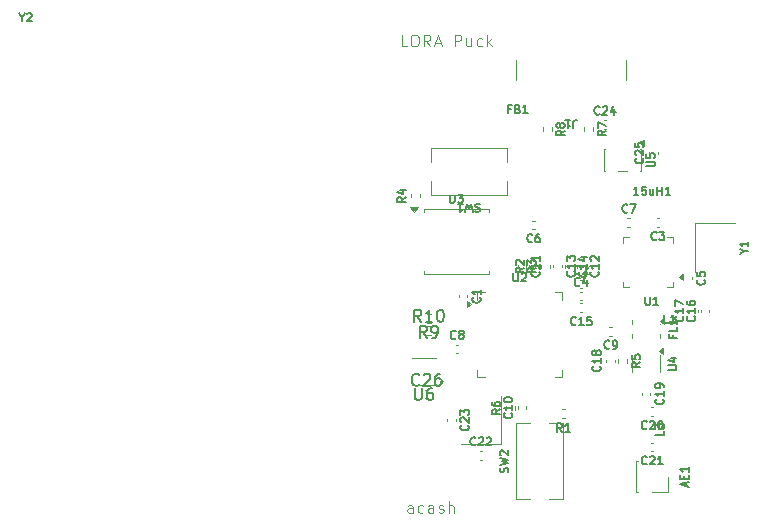
<source format=gbr>
%TF.GenerationSoftware,KiCad,Pcbnew,9.0.5*%
%TF.CreationDate,2025-12-02T20:32:22-06:00*%
%TF.ProjectId,lorapuck,6c6f7261-7075-4636-9b2e-6b696361645f,rev?*%
%TF.SameCoordinates,Original*%
%TF.FileFunction,Legend,Top*%
%TF.FilePolarity,Positive*%
%FSLAX46Y46*%
G04 Gerber Fmt 4.6, Leading zero omitted, Abs format (unit mm)*
G04 Created by KiCad (PCBNEW 9.0.5) date 2025-12-02 20:32:22*
%MOMM*%
%LPD*%
G01*
G04 APERTURE LIST*
%ADD10C,0.100000*%
%ADD11C,0.150000*%
%ADD12C,0.120000*%
G04 APERTURE END LIST*
D10*
X79280074Y-82372419D02*
X78803884Y-82372419D01*
X78803884Y-82372419D02*
X78803884Y-81372419D01*
X79803884Y-81372419D02*
X79994360Y-81372419D01*
X79994360Y-81372419D02*
X80089598Y-81420038D01*
X80089598Y-81420038D02*
X80184836Y-81515276D01*
X80184836Y-81515276D02*
X80232455Y-81705752D01*
X80232455Y-81705752D02*
X80232455Y-82039085D01*
X80232455Y-82039085D02*
X80184836Y-82229561D01*
X80184836Y-82229561D02*
X80089598Y-82324800D01*
X80089598Y-82324800D02*
X79994360Y-82372419D01*
X79994360Y-82372419D02*
X79803884Y-82372419D01*
X79803884Y-82372419D02*
X79708646Y-82324800D01*
X79708646Y-82324800D02*
X79613408Y-82229561D01*
X79613408Y-82229561D02*
X79565789Y-82039085D01*
X79565789Y-82039085D02*
X79565789Y-81705752D01*
X79565789Y-81705752D02*
X79613408Y-81515276D01*
X79613408Y-81515276D02*
X79708646Y-81420038D01*
X79708646Y-81420038D02*
X79803884Y-81372419D01*
X81232455Y-82372419D02*
X80899122Y-81896228D01*
X80661027Y-82372419D02*
X80661027Y-81372419D01*
X80661027Y-81372419D02*
X81041979Y-81372419D01*
X81041979Y-81372419D02*
X81137217Y-81420038D01*
X81137217Y-81420038D02*
X81184836Y-81467657D01*
X81184836Y-81467657D02*
X81232455Y-81562895D01*
X81232455Y-81562895D02*
X81232455Y-81705752D01*
X81232455Y-81705752D02*
X81184836Y-81800990D01*
X81184836Y-81800990D02*
X81137217Y-81848609D01*
X81137217Y-81848609D02*
X81041979Y-81896228D01*
X81041979Y-81896228D02*
X80661027Y-81896228D01*
X81613408Y-82086704D02*
X82089598Y-82086704D01*
X81518170Y-82372419D02*
X81851503Y-81372419D01*
X81851503Y-81372419D02*
X82184836Y-82372419D01*
X83280075Y-82372419D02*
X83280075Y-81372419D01*
X83280075Y-81372419D02*
X83661027Y-81372419D01*
X83661027Y-81372419D02*
X83756265Y-81420038D01*
X83756265Y-81420038D02*
X83803884Y-81467657D01*
X83803884Y-81467657D02*
X83851503Y-81562895D01*
X83851503Y-81562895D02*
X83851503Y-81705752D01*
X83851503Y-81705752D02*
X83803884Y-81800990D01*
X83803884Y-81800990D02*
X83756265Y-81848609D01*
X83756265Y-81848609D02*
X83661027Y-81896228D01*
X83661027Y-81896228D02*
X83280075Y-81896228D01*
X84708646Y-81705752D02*
X84708646Y-82372419D01*
X84280075Y-81705752D02*
X84280075Y-82229561D01*
X84280075Y-82229561D02*
X84327694Y-82324800D01*
X84327694Y-82324800D02*
X84422932Y-82372419D01*
X84422932Y-82372419D02*
X84565789Y-82372419D01*
X84565789Y-82372419D02*
X84661027Y-82324800D01*
X84661027Y-82324800D02*
X84708646Y-82277180D01*
X85613408Y-82324800D02*
X85518170Y-82372419D01*
X85518170Y-82372419D02*
X85327694Y-82372419D01*
X85327694Y-82372419D02*
X85232456Y-82324800D01*
X85232456Y-82324800D02*
X85184837Y-82277180D01*
X85184837Y-82277180D02*
X85137218Y-82181942D01*
X85137218Y-82181942D02*
X85137218Y-81896228D01*
X85137218Y-81896228D02*
X85184837Y-81800990D01*
X85184837Y-81800990D02*
X85232456Y-81753371D01*
X85232456Y-81753371D02*
X85327694Y-81705752D01*
X85327694Y-81705752D02*
X85518170Y-81705752D01*
X85518170Y-81705752D02*
X85613408Y-81753371D01*
X86041980Y-82372419D02*
X86041980Y-81372419D01*
X86137218Y-81991466D02*
X86422932Y-82372419D01*
X86422932Y-81705752D02*
X86041980Y-82086704D01*
X79732455Y-121872419D02*
X79732455Y-121348609D01*
X79732455Y-121348609D02*
X79684836Y-121253371D01*
X79684836Y-121253371D02*
X79589598Y-121205752D01*
X79589598Y-121205752D02*
X79399122Y-121205752D01*
X79399122Y-121205752D02*
X79303884Y-121253371D01*
X79732455Y-121824800D02*
X79637217Y-121872419D01*
X79637217Y-121872419D02*
X79399122Y-121872419D01*
X79399122Y-121872419D02*
X79303884Y-121824800D01*
X79303884Y-121824800D02*
X79256265Y-121729561D01*
X79256265Y-121729561D02*
X79256265Y-121634323D01*
X79256265Y-121634323D02*
X79303884Y-121539085D01*
X79303884Y-121539085D02*
X79399122Y-121491466D01*
X79399122Y-121491466D02*
X79637217Y-121491466D01*
X79637217Y-121491466D02*
X79732455Y-121443847D01*
X80637217Y-121824800D02*
X80541979Y-121872419D01*
X80541979Y-121872419D02*
X80351503Y-121872419D01*
X80351503Y-121872419D02*
X80256265Y-121824800D01*
X80256265Y-121824800D02*
X80208646Y-121777180D01*
X80208646Y-121777180D02*
X80161027Y-121681942D01*
X80161027Y-121681942D02*
X80161027Y-121396228D01*
X80161027Y-121396228D02*
X80208646Y-121300990D01*
X80208646Y-121300990D02*
X80256265Y-121253371D01*
X80256265Y-121253371D02*
X80351503Y-121205752D01*
X80351503Y-121205752D02*
X80541979Y-121205752D01*
X80541979Y-121205752D02*
X80637217Y-121253371D01*
X81494360Y-121872419D02*
X81494360Y-121348609D01*
X81494360Y-121348609D02*
X81446741Y-121253371D01*
X81446741Y-121253371D02*
X81351503Y-121205752D01*
X81351503Y-121205752D02*
X81161027Y-121205752D01*
X81161027Y-121205752D02*
X81065789Y-121253371D01*
X81494360Y-121824800D02*
X81399122Y-121872419D01*
X81399122Y-121872419D02*
X81161027Y-121872419D01*
X81161027Y-121872419D02*
X81065789Y-121824800D01*
X81065789Y-121824800D02*
X81018170Y-121729561D01*
X81018170Y-121729561D02*
X81018170Y-121634323D01*
X81018170Y-121634323D02*
X81065789Y-121539085D01*
X81065789Y-121539085D02*
X81161027Y-121491466D01*
X81161027Y-121491466D02*
X81399122Y-121491466D01*
X81399122Y-121491466D02*
X81494360Y-121443847D01*
X81922932Y-121824800D02*
X82018170Y-121872419D01*
X82018170Y-121872419D02*
X82208646Y-121872419D01*
X82208646Y-121872419D02*
X82303884Y-121824800D01*
X82303884Y-121824800D02*
X82351503Y-121729561D01*
X82351503Y-121729561D02*
X82351503Y-121681942D01*
X82351503Y-121681942D02*
X82303884Y-121586704D01*
X82303884Y-121586704D02*
X82208646Y-121539085D01*
X82208646Y-121539085D02*
X82065789Y-121539085D01*
X82065789Y-121539085D02*
X81970551Y-121491466D01*
X81970551Y-121491466D02*
X81922932Y-121396228D01*
X81922932Y-121396228D02*
X81922932Y-121348609D01*
X81922932Y-121348609D02*
X81970551Y-121253371D01*
X81970551Y-121253371D02*
X82065789Y-121205752D01*
X82065789Y-121205752D02*
X82208646Y-121205752D01*
X82208646Y-121205752D02*
X82303884Y-121253371D01*
X82780075Y-121872419D02*
X82780075Y-120872419D01*
X83208646Y-121872419D02*
X83208646Y-121348609D01*
X83208646Y-121348609D02*
X83161027Y-121253371D01*
X83161027Y-121253371D02*
X83065789Y-121205752D01*
X83065789Y-121205752D02*
X82922932Y-121205752D01*
X82922932Y-121205752D02*
X82827694Y-121253371D01*
X82827694Y-121253371D02*
X82780075Y-121300990D01*
D11*
X102886033Y-119616666D02*
X102886033Y-119283333D01*
X103086033Y-119683333D02*
X102386033Y-119450000D01*
X102386033Y-119450000D02*
X103086033Y-119216666D01*
X102719366Y-118983333D02*
X102719366Y-118750000D01*
X103086033Y-118650000D02*
X103086033Y-118983333D01*
X103086033Y-118983333D02*
X102386033Y-118983333D01*
X102386033Y-118983333D02*
X102386033Y-118650000D01*
X103086033Y-117983333D02*
X103086033Y-118383333D01*
X103086033Y-118183333D02*
X102386033Y-118183333D01*
X102386033Y-118183333D02*
X102486033Y-118250000D01*
X102486033Y-118250000D02*
X102552700Y-118316667D01*
X102552700Y-118316667D02*
X102586033Y-118383333D01*
X92383333Y-114986033D02*
X92150000Y-114652700D01*
X91983333Y-114986033D02*
X91983333Y-114286033D01*
X91983333Y-114286033D02*
X92250000Y-114286033D01*
X92250000Y-114286033D02*
X92316667Y-114319366D01*
X92316667Y-114319366D02*
X92350000Y-114352700D01*
X92350000Y-114352700D02*
X92383333Y-114419366D01*
X92383333Y-114419366D02*
X92383333Y-114519366D01*
X92383333Y-114519366D02*
X92350000Y-114586033D01*
X92350000Y-114586033D02*
X92316667Y-114619366D01*
X92316667Y-114619366D02*
X92250000Y-114652700D01*
X92250000Y-114652700D02*
X91983333Y-114652700D01*
X93050000Y-114986033D02*
X92650000Y-114986033D01*
X92850000Y-114986033D02*
X92850000Y-114286033D01*
X92850000Y-114286033D02*
X92783333Y-114386033D01*
X92783333Y-114386033D02*
X92716667Y-114452700D01*
X92716667Y-114452700D02*
X92650000Y-114486033D01*
X84409366Y-114460000D02*
X84442700Y-114493333D01*
X84442700Y-114493333D02*
X84476033Y-114593333D01*
X84476033Y-114593333D02*
X84476033Y-114660000D01*
X84476033Y-114660000D02*
X84442700Y-114760000D01*
X84442700Y-114760000D02*
X84376033Y-114826667D01*
X84376033Y-114826667D02*
X84309366Y-114860000D01*
X84309366Y-114860000D02*
X84176033Y-114893333D01*
X84176033Y-114893333D02*
X84076033Y-114893333D01*
X84076033Y-114893333D02*
X83942700Y-114860000D01*
X83942700Y-114860000D02*
X83876033Y-114826667D01*
X83876033Y-114826667D02*
X83809366Y-114760000D01*
X83809366Y-114760000D02*
X83776033Y-114660000D01*
X83776033Y-114660000D02*
X83776033Y-114593333D01*
X83776033Y-114593333D02*
X83809366Y-114493333D01*
X83809366Y-114493333D02*
X83842700Y-114460000D01*
X83842700Y-114193333D02*
X83809366Y-114160000D01*
X83809366Y-114160000D02*
X83776033Y-114093333D01*
X83776033Y-114093333D02*
X83776033Y-113926667D01*
X83776033Y-113926667D02*
X83809366Y-113860000D01*
X83809366Y-113860000D02*
X83842700Y-113826667D01*
X83842700Y-113826667D02*
X83909366Y-113793333D01*
X83909366Y-113793333D02*
X83976033Y-113793333D01*
X83976033Y-113793333D02*
X84076033Y-113826667D01*
X84076033Y-113826667D02*
X84476033Y-114226667D01*
X84476033Y-114226667D02*
X84476033Y-113793333D01*
X83776033Y-113560000D02*
X83776033Y-113126666D01*
X83776033Y-113126666D02*
X84042700Y-113360000D01*
X84042700Y-113360000D02*
X84042700Y-113260000D01*
X84042700Y-113260000D02*
X84076033Y-113193333D01*
X84076033Y-113193333D02*
X84109366Y-113160000D01*
X84109366Y-113160000D02*
X84176033Y-113126666D01*
X84176033Y-113126666D02*
X84342700Y-113126666D01*
X84342700Y-113126666D02*
X84409366Y-113160000D01*
X84409366Y-113160000D02*
X84442700Y-113193333D01*
X84442700Y-113193333D02*
X84476033Y-113260000D01*
X84476033Y-113260000D02*
X84476033Y-113460000D01*
X84476033Y-113460000D02*
X84442700Y-113526666D01*
X84442700Y-113526666D02*
X84409366Y-113560000D01*
X88266666Y-101576033D02*
X88266666Y-102142700D01*
X88266666Y-102142700D02*
X88300000Y-102209366D01*
X88300000Y-102209366D02*
X88333333Y-102242700D01*
X88333333Y-102242700D02*
X88400000Y-102276033D01*
X88400000Y-102276033D02*
X88533333Y-102276033D01*
X88533333Y-102276033D02*
X88600000Y-102242700D01*
X88600000Y-102242700D02*
X88633333Y-102209366D01*
X88633333Y-102209366D02*
X88666666Y-102142700D01*
X88666666Y-102142700D02*
X88666666Y-101576033D01*
X88966666Y-101642700D02*
X88999999Y-101609366D01*
X88999999Y-101609366D02*
X89066666Y-101576033D01*
X89066666Y-101576033D02*
X89233333Y-101576033D01*
X89233333Y-101576033D02*
X89299999Y-101609366D01*
X89299999Y-101609366D02*
X89333333Y-101642700D01*
X89333333Y-101642700D02*
X89366666Y-101709366D01*
X89366666Y-101709366D02*
X89366666Y-101776033D01*
X89366666Y-101776033D02*
X89333333Y-101876033D01*
X89333333Y-101876033D02*
X88933333Y-102276033D01*
X88933333Y-102276033D02*
X89366666Y-102276033D01*
X89863333Y-98899366D02*
X89830000Y-98932700D01*
X89830000Y-98932700D02*
X89730000Y-98966033D01*
X89730000Y-98966033D02*
X89663333Y-98966033D01*
X89663333Y-98966033D02*
X89563333Y-98932700D01*
X89563333Y-98932700D02*
X89496667Y-98866033D01*
X89496667Y-98866033D02*
X89463333Y-98799366D01*
X89463333Y-98799366D02*
X89430000Y-98666033D01*
X89430000Y-98666033D02*
X89430000Y-98566033D01*
X89430000Y-98566033D02*
X89463333Y-98432700D01*
X89463333Y-98432700D02*
X89496667Y-98366033D01*
X89496667Y-98366033D02*
X89563333Y-98299366D01*
X89563333Y-98299366D02*
X89663333Y-98266033D01*
X89663333Y-98266033D02*
X89730000Y-98266033D01*
X89730000Y-98266033D02*
X89830000Y-98299366D01*
X89830000Y-98299366D02*
X89863333Y-98332700D01*
X90463333Y-98266033D02*
X90330000Y-98266033D01*
X90330000Y-98266033D02*
X90263333Y-98299366D01*
X90263333Y-98299366D02*
X90230000Y-98332700D01*
X90230000Y-98332700D02*
X90163333Y-98432700D01*
X90163333Y-98432700D02*
X90130000Y-98566033D01*
X90130000Y-98566033D02*
X90130000Y-98832700D01*
X90130000Y-98832700D02*
X90163333Y-98899366D01*
X90163333Y-98899366D02*
X90196667Y-98932700D01*
X90196667Y-98932700D02*
X90263333Y-98966033D01*
X90263333Y-98966033D02*
X90396667Y-98966033D01*
X90396667Y-98966033D02*
X90463333Y-98932700D01*
X90463333Y-98932700D02*
X90496667Y-98899366D01*
X90496667Y-98899366D02*
X90530000Y-98832700D01*
X90530000Y-98832700D02*
X90530000Y-98666033D01*
X90530000Y-98666033D02*
X90496667Y-98599366D01*
X90496667Y-98599366D02*
X90463333Y-98566033D01*
X90463333Y-98566033D02*
X90396667Y-98532700D01*
X90396667Y-98532700D02*
X90263333Y-98532700D01*
X90263333Y-98532700D02*
X90196667Y-98566033D01*
X90196667Y-98566033D02*
X90163333Y-98599366D01*
X90163333Y-98599366D02*
X90130000Y-98666033D01*
X85409366Y-103636666D02*
X85442700Y-103669999D01*
X85442700Y-103669999D02*
X85476033Y-103769999D01*
X85476033Y-103769999D02*
X85476033Y-103836666D01*
X85476033Y-103836666D02*
X85442700Y-103936666D01*
X85442700Y-103936666D02*
X85376033Y-104003333D01*
X85376033Y-104003333D02*
X85309366Y-104036666D01*
X85309366Y-104036666D02*
X85176033Y-104069999D01*
X85176033Y-104069999D02*
X85076033Y-104069999D01*
X85076033Y-104069999D02*
X84942700Y-104036666D01*
X84942700Y-104036666D02*
X84876033Y-104003333D01*
X84876033Y-104003333D02*
X84809366Y-103936666D01*
X84809366Y-103936666D02*
X84776033Y-103836666D01*
X84776033Y-103836666D02*
X84776033Y-103769999D01*
X84776033Y-103769999D02*
X84809366Y-103669999D01*
X84809366Y-103669999D02*
X84842700Y-103636666D01*
X85476033Y-102969999D02*
X85476033Y-103369999D01*
X85476033Y-103169999D02*
X84776033Y-103169999D01*
X84776033Y-103169999D02*
X84876033Y-103236666D01*
X84876033Y-103236666D02*
X84942700Y-103303333D01*
X84942700Y-103303333D02*
X84976033Y-103369999D01*
X85433333Y-95717300D02*
X85333333Y-95683966D01*
X85333333Y-95683966D02*
X85166667Y-95683966D01*
X85166667Y-95683966D02*
X85100000Y-95717300D01*
X85100000Y-95717300D02*
X85066667Y-95750633D01*
X85066667Y-95750633D02*
X85033333Y-95817300D01*
X85033333Y-95817300D02*
X85033333Y-95883966D01*
X85033333Y-95883966D02*
X85066667Y-95950633D01*
X85066667Y-95950633D02*
X85100000Y-95983966D01*
X85100000Y-95983966D02*
X85166667Y-96017300D01*
X85166667Y-96017300D02*
X85300000Y-96050633D01*
X85300000Y-96050633D02*
X85366667Y-96083966D01*
X85366667Y-96083966D02*
X85400000Y-96117300D01*
X85400000Y-96117300D02*
X85433333Y-96183966D01*
X85433333Y-96183966D02*
X85433333Y-96250633D01*
X85433333Y-96250633D02*
X85400000Y-96317300D01*
X85400000Y-96317300D02*
X85366667Y-96350633D01*
X85366667Y-96350633D02*
X85300000Y-96383966D01*
X85300000Y-96383966D02*
X85133333Y-96383966D01*
X85133333Y-96383966D02*
X85033333Y-96350633D01*
X84800000Y-96383966D02*
X84633333Y-95683966D01*
X84633333Y-95683966D02*
X84500000Y-96183966D01*
X84500000Y-96183966D02*
X84366666Y-95683966D01*
X84366666Y-95683966D02*
X84200000Y-96383966D01*
X83566666Y-95683966D02*
X83966666Y-95683966D01*
X83766666Y-95683966D02*
X83766666Y-96383966D01*
X83766666Y-96383966D02*
X83833333Y-96283966D01*
X83833333Y-96283966D02*
X83900000Y-96217300D01*
X83900000Y-96217300D02*
X83966666Y-96183966D01*
X80277142Y-110999580D02*
X80229523Y-111047200D01*
X80229523Y-111047200D02*
X80086666Y-111094819D01*
X80086666Y-111094819D02*
X79991428Y-111094819D01*
X79991428Y-111094819D02*
X79848571Y-111047200D01*
X79848571Y-111047200D02*
X79753333Y-110951961D01*
X79753333Y-110951961D02*
X79705714Y-110856723D01*
X79705714Y-110856723D02*
X79658095Y-110666247D01*
X79658095Y-110666247D02*
X79658095Y-110523390D01*
X79658095Y-110523390D02*
X79705714Y-110332914D01*
X79705714Y-110332914D02*
X79753333Y-110237676D01*
X79753333Y-110237676D02*
X79848571Y-110142438D01*
X79848571Y-110142438D02*
X79991428Y-110094819D01*
X79991428Y-110094819D02*
X80086666Y-110094819D01*
X80086666Y-110094819D02*
X80229523Y-110142438D01*
X80229523Y-110142438D02*
X80277142Y-110190057D01*
X80658095Y-110190057D02*
X80705714Y-110142438D01*
X80705714Y-110142438D02*
X80800952Y-110094819D01*
X80800952Y-110094819D02*
X81039047Y-110094819D01*
X81039047Y-110094819D02*
X81134285Y-110142438D01*
X81134285Y-110142438D02*
X81181904Y-110190057D01*
X81181904Y-110190057D02*
X81229523Y-110285295D01*
X81229523Y-110285295D02*
X81229523Y-110380533D01*
X81229523Y-110380533D02*
X81181904Y-110523390D01*
X81181904Y-110523390D02*
X80610476Y-111094819D01*
X80610476Y-111094819D02*
X81229523Y-111094819D01*
X82086666Y-110094819D02*
X81896190Y-110094819D01*
X81896190Y-110094819D02*
X81800952Y-110142438D01*
X81800952Y-110142438D02*
X81753333Y-110190057D01*
X81753333Y-110190057D02*
X81658095Y-110332914D01*
X81658095Y-110332914D02*
X81610476Y-110523390D01*
X81610476Y-110523390D02*
X81610476Y-110904342D01*
X81610476Y-110904342D02*
X81658095Y-110999580D01*
X81658095Y-110999580D02*
X81705714Y-111047200D01*
X81705714Y-111047200D02*
X81800952Y-111094819D01*
X81800952Y-111094819D02*
X81991428Y-111094819D01*
X81991428Y-111094819D02*
X82086666Y-111047200D01*
X82086666Y-111047200D02*
X82134285Y-110999580D01*
X82134285Y-110999580D02*
X82181904Y-110904342D01*
X82181904Y-110904342D02*
X82181904Y-110666247D01*
X82181904Y-110666247D02*
X82134285Y-110571009D01*
X82134285Y-110571009D02*
X82086666Y-110523390D01*
X82086666Y-110523390D02*
X81991428Y-110475771D01*
X81991428Y-110475771D02*
X81800952Y-110475771D01*
X81800952Y-110475771D02*
X81705714Y-110523390D01*
X81705714Y-110523390D02*
X81658095Y-110571009D01*
X81658095Y-110571009D02*
X81610476Y-110666247D01*
X98986033Y-109116666D02*
X98652700Y-109349999D01*
X98986033Y-109516666D02*
X98286033Y-109516666D01*
X98286033Y-109516666D02*
X98286033Y-109249999D01*
X98286033Y-109249999D02*
X98319366Y-109183333D01*
X98319366Y-109183333D02*
X98352700Y-109149999D01*
X98352700Y-109149999D02*
X98419366Y-109116666D01*
X98419366Y-109116666D02*
X98519366Y-109116666D01*
X98519366Y-109116666D02*
X98586033Y-109149999D01*
X98586033Y-109149999D02*
X98619366Y-109183333D01*
X98619366Y-109183333D02*
X98652700Y-109249999D01*
X98652700Y-109249999D02*
X98652700Y-109516666D01*
X98286033Y-108483333D02*
X98286033Y-108816666D01*
X98286033Y-108816666D02*
X98619366Y-108849999D01*
X98619366Y-108849999D02*
X98586033Y-108816666D01*
X98586033Y-108816666D02*
X98552700Y-108749999D01*
X98552700Y-108749999D02*
X98552700Y-108583333D01*
X98552700Y-108583333D02*
X98586033Y-108516666D01*
X98586033Y-108516666D02*
X98619366Y-108483333D01*
X98619366Y-108483333D02*
X98686033Y-108449999D01*
X98686033Y-108449999D02*
X98852700Y-108449999D01*
X98852700Y-108449999D02*
X98919366Y-108483333D01*
X98919366Y-108483333D02*
X98952700Y-108516666D01*
X98952700Y-108516666D02*
X98986033Y-108583333D01*
X98986033Y-108583333D02*
X98986033Y-108749999D01*
X98986033Y-108749999D02*
X98952700Y-108816666D01*
X98952700Y-108816666D02*
X98919366Y-108849999D01*
X95549999Y-88089366D02*
X95516666Y-88122700D01*
X95516666Y-88122700D02*
X95416666Y-88156033D01*
X95416666Y-88156033D02*
X95349999Y-88156033D01*
X95349999Y-88156033D02*
X95249999Y-88122700D01*
X95249999Y-88122700D02*
X95183333Y-88056033D01*
X95183333Y-88056033D02*
X95149999Y-87989366D01*
X95149999Y-87989366D02*
X95116666Y-87856033D01*
X95116666Y-87856033D02*
X95116666Y-87756033D01*
X95116666Y-87756033D02*
X95149999Y-87622700D01*
X95149999Y-87622700D02*
X95183333Y-87556033D01*
X95183333Y-87556033D02*
X95249999Y-87489366D01*
X95249999Y-87489366D02*
X95349999Y-87456033D01*
X95349999Y-87456033D02*
X95416666Y-87456033D01*
X95416666Y-87456033D02*
X95516666Y-87489366D01*
X95516666Y-87489366D02*
X95549999Y-87522700D01*
X95816666Y-87522700D02*
X95849999Y-87489366D01*
X95849999Y-87489366D02*
X95916666Y-87456033D01*
X95916666Y-87456033D02*
X96083333Y-87456033D01*
X96083333Y-87456033D02*
X96149999Y-87489366D01*
X96149999Y-87489366D02*
X96183333Y-87522700D01*
X96183333Y-87522700D02*
X96216666Y-87589366D01*
X96216666Y-87589366D02*
X96216666Y-87656033D01*
X96216666Y-87656033D02*
X96183333Y-87756033D01*
X96183333Y-87756033D02*
X95783333Y-88156033D01*
X95783333Y-88156033D02*
X96216666Y-88156033D01*
X96816666Y-87689366D02*
X96816666Y-88156033D01*
X96650000Y-87422700D02*
X96483333Y-87922700D01*
X96483333Y-87922700D02*
X96916666Y-87922700D01*
X100909366Y-112250000D02*
X100942700Y-112283333D01*
X100942700Y-112283333D02*
X100976033Y-112383333D01*
X100976033Y-112383333D02*
X100976033Y-112450000D01*
X100976033Y-112450000D02*
X100942700Y-112550000D01*
X100942700Y-112550000D02*
X100876033Y-112616667D01*
X100876033Y-112616667D02*
X100809366Y-112650000D01*
X100809366Y-112650000D02*
X100676033Y-112683333D01*
X100676033Y-112683333D02*
X100576033Y-112683333D01*
X100576033Y-112683333D02*
X100442700Y-112650000D01*
X100442700Y-112650000D02*
X100376033Y-112616667D01*
X100376033Y-112616667D02*
X100309366Y-112550000D01*
X100309366Y-112550000D02*
X100276033Y-112450000D01*
X100276033Y-112450000D02*
X100276033Y-112383333D01*
X100276033Y-112383333D02*
X100309366Y-112283333D01*
X100309366Y-112283333D02*
X100342700Y-112250000D01*
X100976033Y-111583333D02*
X100976033Y-111983333D01*
X100976033Y-111783333D02*
X100276033Y-111783333D01*
X100276033Y-111783333D02*
X100376033Y-111850000D01*
X100376033Y-111850000D02*
X100442700Y-111916667D01*
X100442700Y-111916667D02*
X100476033Y-111983333D01*
X100976033Y-111250000D02*
X100976033Y-111116666D01*
X100976033Y-111116666D02*
X100942700Y-111050000D01*
X100942700Y-111050000D02*
X100909366Y-111016666D01*
X100909366Y-111016666D02*
X100809366Y-110950000D01*
X100809366Y-110950000D02*
X100676033Y-110916666D01*
X100676033Y-110916666D02*
X100409366Y-110916666D01*
X100409366Y-110916666D02*
X100342700Y-110950000D01*
X100342700Y-110950000D02*
X100309366Y-110983333D01*
X100309366Y-110983333D02*
X100276033Y-111050000D01*
X100276033Y-111050000D02*
X100276033Y-111183333D01*
X100276033Y-111183333D02*
X100309366Y-111250000D01*
X100309366Y-111250000D02*
X100342700Y-111283333D01*
X100342700Y-111283333D02*
X100409366Y-111316666D01*
X100409366Y-111316666D02*
X100576033Y-111316666D01*
X100576033Y-111316666D02*
X100642700Y-111283333D01*
X100642700Y-111283333D02*
X100676033Y-111250000D01*
X100676033Y-111250000D02*
X100709366Y-111183333D01*
X100709366Y-111183333D02*
X100709366Y-111050000D01*
X100709366Y-111050000D02*
X100676033Y-110983333D01*
X100676033Y-110983333D02*
X100642700Y-110950000D01*
X100642700Y-110950000D02*
X100576033Y-110916666D01*
X79913095Y-111304819D02*
X79913095Y-112114342D01*
X79913095Y-112114342D02*
X79960714Y-112209580D01*
X79960714Y-112209580D02*
X80008333Y-112257200D01*
X80008333Y-112257200D02*
X80103571Y-112304819D01*
X80103571Y-112304819D02*
X80294047Y-112304819D01*
X80294047Y-112304819D02*
X80389285Y-112257200D01*
X80389285Y-112257200D02*
X80436904Y-112209580D01*
X80436904Y-112209580D02*
X80484523Y-112114342D01*
X80484523Y-112114342D02*
X80484523Y-111304819D01*
X81389285Y-111304819D02*
X81198809Y-111304819D01*
X81198809Y-111304819D02*
X81103571Y-111352438D01*
X81103571Y-111352438D02*
X81055952Y-111400057D01*
X81055952Y-111400057D02*
X80960714Y-111542914D01*
X80960714Y-111542914D02*
X80913095Y-111733390D01*
X80913095Y-111733390D02*
X80913095Y-112114342D01*
X80913095Y-112114342D02*
X80960714Y-112209580D01*
X80960714Y-112209580D02*
X81008333Y-112257200D01*
X81008333Y-112257200D02*
X81103571Y-112304819D01*
X81103571Y-112304819D02*
X81294047Y-112304819D01*
X81294047Y-112304819D02*
X81389285Y-112257200D01*
X81389285Y-112257200D02*
X81436904Y-112209580D01*
X81436904Y-112209580D02*
X81484523Y-112114342D01*
X81484523Y-112114342D02*
X81484523Y-111876247D01*
X81484523Y-111876247D02*
X81436904Y-111781009D01*
X81436904Y-111781009D02*
X81389285Y-111733390D01*
X81389285Y-111733390D02*
X81294047Y-111685771D01*
X81294047Y-111685771D02*
X81103571Y-111685771D01*
X81103571Y-111685771D02*
X81008333Y-111733390D01*
X81008333Y-111733390D02*
X80960714Y-111781009D01*
X80960714Y-111781009D02*
X80913095Y-111876247D01*
X99549999Y-117709366D02*
X99516666Y-117742700D01*
X99516666Y-117742700D02*
X99416666Y-117776033D01*
X99416666Y-117776033D02*
X99349999Y-117776033D01*
X99349999Y-117776033D02*
X99249999Y-117742700D01*
X99249999Y-117742700D02*
X99183333Y-117676033D01*
X99183333Y-117676033D02*
X99149999Y-117609366D01*
X99149999Y-117609366D02*
X99116666Y-117476033D01*
X99116666Y-117476033D02*
X99116666Y-117376033D01*
X99116666Y-117376033D02*
X99149999Y-117242700D01*
X99149999Y-117242700D02*
X99183333Y-117176033D01*
X99183333Y-117176033D02*
X99249999Y-117109366D01*
X99249999Y-117109366D02*
X99349999Y-117076033D01*
X99349999Y-117076033D02*
X99416666Y-117076033D01*
X99416666Y-117076033D02*
X99516666Y-117109366D01*
X99516666Y-117109366D02*
X99549999Y-117142700D01*
X99816666Y-117142700D02*
X99849999Y-117109366D01*
X99849999Y-117109366D02*
X99916666Y-117076033D01*
X99916666Y-117076033D02*
X100083333Y-117076033D01*
X100083333Y-117076033D02*
X100149999Y-117109366D01*
X100149999Y-117109366D02*
X100183333Y-117142700D01*
X100183333Y-117142700D02*
X100216666Y-117209366D01*
X100216666Y-117209366D02*
X100216666Y-117276033D01*
X100216666Y-117276033D02*
X100183333Y-117376033D01*
X100183333Y-117376033D02*
X99783333Y-117776033D01*
X99783333Y-117776033D02*
X100216666Y-117776033D01*
X100883333Y-117776033D02*
X100483333Y-117776033D01*
X100683333Y-117776033D02*
X100683333Y-117076033D01*
X100683333Y-117076033D02*
X100616666Y-117176033D01*
X100616666Y-117176033D02*
X100550000Y-117242700D01*
X100550000Y-117242700D02*
X100483333Y-117276033D01*
X100986033Y-114916667D02*
X100986033Y-115250000D01*
X100986033Y-115250000D02*
X100286033Y-115250000D01*
X100286033Y-114750000D02*
X100286033Y-114316666D01*
X100286033Y-114316666D02*
X100552700Y-114550000D01*
X100552700Y-114550000D02*
X100552700Y-114450000D01*
X100552700Y-114450000D02*
X100586033Y-114383333D01*
X100586033Y-114383333D02*
X100619366Y-114350000D01*
X100619366Y-114350000D02*
X100686033Y-114316666D01*
X100686033Y-114316666D02*
X100852700Y-114316666D01*
X100852700Y-114316666D02*
X100919366Y-114350000D01*
X100919366Y-114350000D02*
X100952700Y-114383333D01*
X100952700Y-114383333D02*
X100986033Y-114450000D01*
X100986033Y-114450000D02*
X100986033Y-114650000D01*
X100986033Y-114650000D02*
X100952700Y-114716666D01*
X100952700Y-114716666D02*
X100919366Y-114750000D01*
X101366033Y-109783333D02*
X101932700Y-109783333D01*
X101932700Y-109783333D02*
X101999366Y-109750000D01*
X101999366Y-109750000D02*
X102032700Y-109716666D01*
X102032700Y-109716666D02*
X102066033Y-109650000D01*
X102066033Y-109650000D02*
X102066033Y-109516666D01*
X102066033Y-109516666D02*
X102032700Y-109450000D01*
X102032700Y-109450000D02*
X101999366Y-109416666D01*
X101999366Y-109416666D02*
X101932700Y-109383333D01*
X101932700Y-109383333D02*
X101366033Y-109383333D01*
X101599366Y-108750000D02*
X102066033Y-108750000D01*
X101332700Y-108916667D02*
X101832700Y-109083333D01*
X101832700Y-109083333D02*
X101832700Y-108650000D01*
X107782700Y-99733333D02*
X108116033Y-99733333D01*
X107416033Y-99966666D02*
X107782700Y-99733333D01*
X107782700Y-99733333D02*
X107416033Y-99499999D01*
X108116033Y-98899999D02*
X108116033Y-99299999D01*
X108116033Y-99099999D02*
X107416033Y-99099999D01*
X107416033Y-99099999D02*
X107516033Y-99166666D01*
X107516033Y-99166666D02*
X107582700Y-99233333D01*
X107582700Y-99233333D02*
X107616033Y-99299999D01*
X92596033Y-89511666D02*
X92262700Y-89744999D01*
X92596033Y-89911666D02*
X91896033Y-89911666D01*
X91896033Y-89911666D02*
X91896033Y-89644999D01*
X91896033Y-89644999D02*
X91929366Y-89578333D01*
X91929366Y-89578333D02*
X91962700Y-89544999D01*
X91962700Y-89544999D02*
X92029366Y-89511666D01*
X92029366Y-89511666D02*
X92129366Y-89511666D01*
X92129366Y-89511666D02*
X92196033Y-89544999D01*
X92196033Y-89544999D02*
X92229366Y-89578333D01*
X92229366Y-89578333D02*
X92262700Y-89644999D01*
X92262700Y-89644999D02*
X92262700Y-89911666D01*
X92196033Y-89111666D02*
X92162700Y-89178333D01*
X92162700Y-89178333D02*
X92129366Y-89211666D01*
X92129366Y-89211666D02*
X92062700Y-89244999D01*
X92062700Y-89244999D02*
X92029366Y-89244999D01*
X92029366Y-89244999D02*
X91962700Y-89211666D01*
X91962700Y-89211666D02*
X91929366Y-89178333D01*
X91929366Y-89178333D02*
X91896033Y-89111666D01*
X91896033Y-89111666D02*
X91896033Y-88978333D01*
X91896033Y-88978333D02*
X91929366Y-88911666D01*
X91929366Y-88911666D02*
X91962700Y-88878333D01*
X91962700Y-88878333D02*
X92029366Y-88844999D01*
X92029366Y-88844999D02*
X92062700Y-88844999D01*
X92062700Y-88844999D02*
X92129366Y-88878333D01*
X92129366Y-88878333D02*
X92162700Y-88911666D01*
X92162700Y-88911666D02*
X92196033Y-88978333D01*
X92196033Y-88978333D02*
X92196033Y-89111666D01*
X92196033Y-89111666D02*
X92229366Y-89178333D01*
X92229366Y-89178333D02*
X92262700Y-89211666D01*
X92262700Y-89211666D02*
X92329366Y-89244999D01*
X92329366Y-89244999D02*
X92462700Y-89244999D01*
X92462700Y-89244999D02*
X92529366Y-89211666D01*
X92529366Y-89211666D02*
X92562700Y-89178333D01*
X92562700Y-89178333D02*
X92596033Y-89111666D01*
X92596033Y-89111666D02*
X92596033Y-88978333D01*
X92596033Y-88978333D02*
X92562700Y-88911666D01*
X92562700Y-88911666D02*
X92529366Y-88878333D01*
X92529366Y-88878333D02*
X92462700Y-88844999D01*
X92462700Y-88844999D02*
X92329366Y-88844999D01*
X92329366Y-88844999D02*
X92262700Y-88878333D01*
X92262700Y-88878333D02*
X92229366Y-88911666D01*
X92229366Y-88911666D02*
X92196033Y-88978333D01*
X95589366Y-109450000D02*
X95622700Y-109483333D01*
X95622700Y-109483333D02*
X95656033Y-109583333D01*
X95656033Y-109583333D02*
X95656033Y-109650000D01*
X95656033Y-109650000D02*
X95622700Y-109750000D01*
X95622700Y-109750000D02*
X95556033Y-109816667D01*
X95556033Y-109816667D02*
X95489366Y-109850000D01*
X95489366Y-109850000D02*
X95356033Y-109883333D01*
X95356033Y-109883333D02*
X95256033Y-109883333D01*
X95256033Y-109883333D02*
X95122700Y-109850000D01*
X95122700Y-109850000D02*
X95056033Y-109816667D01*
X95056033Y-109816667D02*
X94989366Y-109750000D01*
X94989366Y-109750000D02*
X94956033Y-109650000D01*
X94956033Y-109650000D02*
X94956033Y-109583333D01*
X94956033Y-109583333D02*
X94989366Y-109483333D01*
X94989366Y-109483333D02*
X95022700Y-109450000D01*
X95656033Y-108783333D02*
X95656033Y-109183333D01*
X95656033Y-108983333D02*
X94956033Y-108983333D01*
X94956033Y-108983333D02*
X95056033Y-109050000D01*
X95056033Y-109050000D02*
X95122700Y-109116667D01*
X95122700Y-109116667D02*
X95156033Y-109183333D01*
X95256033Y-108383333D02*
X95222700Y-108450000D01*
X95222700Y-108450000D02*
X95189366Y-108483333D01*
X95189366Y-108483333D02*
X95122700Y-108516666D01*
X95122700Y-108516666D02*
X95089366Y-108516666D01*
X95089366Y-108516666D02*
X95022700Y-108483333D01*
X95022700Y-108483333D02*
X94989366Y-108450000D01*
X94989366Y-108450000D02*
X94956033Y-108383333D01*
X94956033Y-108383333D02*
X94956033Y-108250000D01*
X94956033Y-108250000D02*
X94989366Y-108183333D01*
X94989366Y-108183333D02*
X95022700Y-108150000D01*
X95022700Y-108150000D02*
X95089366Y-108116666D01*
X95089366Y-108116666D02*
X95122700Y-108116666D01*
X95122700Y-108116666D02*
X95189366Y-108150000D01*
X95189366Y-108150000D02*
X95222700Y-108183333D01*
X95222700Y-108183333D02*
X95256033Y-108250000D01*
X95256033Y-108250000D02*
X95256033Y-108383333D01*
X95256033Y-108383333D02*
X95289366Y-108450000D01*
X95289366Y-108450000D02*
X95322700Y-108483333D01*
X95322700Y-108483333D02*
X95389366Y-108516666D01*
X95389366Y-108516666D02*
X95522700Y-108516666D01*
X95522700Y-108516666D02*
X95589366Y-108483333D01*
X95589366Y-108483333D02*
X95622700Y-108450000D01*
X95622700Y-108450000D02*
X95656033Y-108383333D01*
X95656033Y-108383333D02*
X95656033Y-108250000D01*
X95656033Y-108250000D02*
X95622700Y-108183333D01*
X95622700Y-108183333D02*
X95589366Y-108150000D01*
X95589366Y-108150000D02*
X95522700Y-108116666D01*
X95522700Y-108116666D02*
X95389366Y-108116666D01*
X95389366Y-108116666D02*
X95322700Y-108150000D01*
X95322700Y-108150000D02*
X95289366Y-108183333D01*
X95289366Y-108183333D02*
X95256033Y-108250000D01*
X99516033Y-92533333D02*
X100082700Y-92533333D01*
X100082700Y-92533333D02*
X100149366Y-92500000D01*
X100149366Y-92500000D02*
X100182700Y-92466666D01*
X100182700Y-92466666D02*
X100216033Y-92400000D01*
X100216033Y-92400000D02*
X100216033Y-92266666D01*
X100216033Y-92266666D02*
X100182700Y-92200000D01*
X100182700Y-92200000D02*
X100149366Y-92166666D01*
X100149366Y-92166666D02*
X100082700Y-92133333D01*
X100082700Y-92133333D02*
X99516033Y-92133333D01*
X99516033Y-91466667D02*
X99516033Y-91800000D01*
X99516033Y-91800000D02*
X99849366Y-91833333D01*
X99849366Y-91833333D02*
X99816033Y-91800000D01*
X99816033Y-91800000D02*
X99782700Y-91733333D01*
X99782700Y-91733333D02*
X99782700Y-91566667D01*
X99782700Y-91566667D02*
X99816033Y-91500000D01*
X99816033Y-91500000D02*
X99849366Y-91466667D01*
X99849366Y-91466667D02*
X99916033Y-91433333D01*
X99916033Y-91433333D02*
X100082700Y-91433333D01*
X100082700Y-91433333D02*
X100149366Y-91466667D01*
X100149366Y-91466667D02*
X100182700Y-91500000D01*
X100182700Y-91500000D02*
X100216033Y-91566667D01*
X100216033Y-91566667D02*
X100216033Y-91733333D01*
X100216033Y-91733333D02*
X100182700Y-91800000D01*
X100182700Y-91800000D02*
X100149366Y-91833333D01*
X96096033Y-89511666D02*
X95762700Y-89744999D01*
X96096033Y-89911666D02*
X95396033Y-89911666D01*
X95396033Y-89911666D02*
X95396033Y-89644999D01*
X95396033Y-89644999D02*
X95429366Y-89578333D01*
X95429366Y-89578333D02*
X95462700Y-89544999D01*
X95462700Y-89544999D02*
X95529366Y-89511666D01*
X95529366Y-89511666D02*
X95629366Y-89511666D01*
X95629366Y-89511666D02*
X95696033Y-89544999D01*
X95696033Y-89544999D02*
X95729366Y-89578333D01*
X95729366Y-89578333D02*
X95762700Y-89644999D01*
X95762700Y-89644999D02*
X95762700Y-89911666D01*
X95396033Y-89278333D02*
X95396033Y-88811666D01*
X95396033Y-88811666D02*
X96096033Y-89111666D01*
X85049999Y-116099366D02*
X85016666Y-116132700D01*
X85016666Y-116132700D02*
X84916666Y-116166033D01*
X84916666Y-116166033D02*
X84849999Y-116166033D01*
X84849999Y-116166033D02*
X84749999Y-116132700D01*
X84749999Y-116132700D02*
X84683333Y-116066033D01*
X84683333Y-116066033D02*
X84649999Y-115999366D01*
X84649999Y-115999366D02*
X84616666Y-115866033D01*
X84616666Y-115866033D02*
X84616666Y-115766033D01*
X84616666Y-115766033D02*
X84649999Y-115632700D01*
X84649999Y-115632700D02*
X84683333Y-115566033D01*
X84683333Y-115566033D02*
X84749999Y-115499366D01*
X84749999Y-115499366D02*
X84849999Y-115466033D01*
X84849999Y-115466033D02*
X84916666Y-115466033D01*
X84916666Y-115466033D02*
X85016666Y-115499366D01*
X85016666Y-115499366D02*
X85049999Y-115532700D01*
X85316666Y-115532700D02*
X85349999Y-115499366D01*
X85349999Y-115499366D02*
X85416666Y-115466033D01*
X85416666Y-115466033D02*
X85583333Y-115466033D01*
X85583333Y-115466033D02*
X85649999Y-115499366D01*
X85649999Y-115499366D02*
X85683333Y-115532700D01*
X85683333Y-115532700D02*
X85716666Y-115599366D01*
X85716666Y-115599366D02*
X85716666Y-115666033D01*
X85716666Y-115666033D02*
X85683333Y-115766033D01*
X85683333Y-115766033D02*
X85283333Y-116166033D01*
X85283333Y-116166033D02*
X85716666Y-116166033D01*
X85983333Y-115532700D02*
X86016666Y-115499366D01*
X86016666Y-115499366D02*
X86083333Y-115466033D01*
X86083333Y-115466033D02*
X86250000Y-115466033D01*
X86250000Y-115466033D02*
X86316666Y-115499366D01*
X86316666Y-115499366D02*
X86350000Y-115532700D01*
X86350000Y-115532700D02*
X86383333Y-115599366D01*
X86383333Y-115599366D02*
X86383333Y-115666033D01*
X86383333Y-115666033D02*
X86350000Y-115766033D01*
X86350000Y-115766033D02*
X85950000Y-116166033D01*
X85950000Y-116166033D02*
X86383333Y-116166033D01*
X46646667Y-79932700D02*
X46646667Y-80266033D01*
X46413333Y-79566033D02*
X46646667Y-79932700D01*
X46646667Y-79932700D02*
X46880000Y-79566033D01*
X47080000Y-79632700D02*
X47113333Y-79599366D01*
X47113333Y-79599366D02*
X47180000Y-79566033D01*
X47180000Y-79566033D02*
X47346667Y-79566033D01*
X47346667Y-79566033D02*
X47413333Y-79599366D01*
X47413333Y-79599366D02*
X47446667Y-79632700D01*
X47446667Y-79632700D02*
X47480000Y-79699366D01*
X47480000Y-79699366D02*
X47480000Y-79766033D01*
X47480000Y-79766033D02*
X47446667Y-79866033D01*
X47446667Y-79866033D02*
X47046667Y-80266033D01*
X47046667Y-80266033D02*
X47480000Y-80266033D01*
X93409366Y-101430000D02*
X93442700Y-101463333D01*
X93442700Y-101463333D02*
X93476033Y-101563333D01*
X93476033Y-101563333D02*
X93476033Y-101630000D01*
X93476033Y-101630000D02*
X93442700Y-101730000D01*
X93442700Y-101730000D02*
X93376033Y-101796667D01*
X93376033Y-101796667D02*
X93309366Y-101830000D01*
X93309366Y-101830000D02*
X93176033Y-101863333D01*
X93176033Y-101863333D02*
X93076033Y-101863333D01*
X93076033Y-101863333D02*
X92942700Y-101830000D01*
X92942700Y-101830000D02*
X92876033Y-101796667D01*
X92876033Y-101796667D02*
X92809366Y-101730000D01*
X92809366Y-101730000D02*
X92776033Y-101630000D01*
X92776033Y-101630000D02*
X92776033Y-101563333D01*
X92776033Y-101563333D02*
X92809366Y-101463333D01*
X92809366Y-101463333D02*
X92842700Y-101430000D01*
X93476033Y-100763333D02*
X93476033Y-101163333D01*
X93476033Y-100963333D02*
X92776033Y-100963333D01*
X92776033Y-100963333D02*
X92876033Y-101030000D01*
X92876033Y-101030000D02*
X92942700Y-101096667D01*
X92942700Y-101096667D02*
X92976033Y-101163333D01*
X92776033Y-100530000D02*
X92776033Y-100096666D01*
X92776033Y-100096666D02*
X93042700Y-100330000D01*
X93042700Y-100330000D02*
X93042700Y-100230000D01*
X93042700Y-100230000D02*
X93076033Y-100163333D01*
X93076033Y-100163333D02*
X93109366Y-100130000D01*
X93109366Y-100130000D02*
X93176033Y-100096666D01*
X93176033Y-100096666D02*
X93342700Y-100096666D01*
X93342700Y-100096666D02*
X93409366Y-100130000D01*
X93409366Y-100130000D02*
X93442700Y-100163333D01*
X93442700Y-100163333D02*
X93476033Y-100230000D01*
X93476033Y-100230000D02*
X93476033Y-100430000D01*
X93476033Y-100430000D02*
X93442700Y-100496666D01*
X93442700Y-100496666D02*
X93409366Y-100530000D01*
X96383333Y-107909366D02*
X96350000Y-107942700D01*
X96350000Y-107942700D02*
X96250000Y-107976033D01*
X96250000Y-107976033D02*
X96183333Y-107976033D01*
X96183333Y-107976033D02*
X96083333Y-107942700D01*
X96083333Y-107942700D02*
X96016667Y-107876033D01*
X96016667Y-107876033D02*
X95983333Y-107809366D01*
X95983333Y-107809366D02*
X95950000Y-107676033D01*
X95950000Y-107676033D02*
X95950000Y-107576033D01*
X95950000Y-107576033D02*
X95983333Y-107442700D01*
X95983333Y-107442700D02*
X96016667Y-107376033D01*
X96016667Y-107376033D02*
X96083333Y-107309366D01*
X96083333Y-107309366D02*
X96183333Y-107276033D01*
X96183333Y-107276033D02*
X96250000Y-107276033D01*
X96250000Y-107276033D02*
X96350000Y-107309366D01*
X96350000Y-107309366D02*
X96383333Y-107342700D01*
X96716667Y-107976033D02*
X96850000Y-107976033D01*
X96850000Y-107976033D02*
X96916667Y-107942700D01*
X96916667Y-107942700D02*
X96950000Y-107909366D01*
X96950000Y-107909366D02*
X97016667Y-107809366D01*
X97016667Y-107809366D02*
X97050000Y-107676033D01*
X97050000Y-107676033D02*
X97050000Y-107409366D01*
X97050000Y-107409366D02*
X97016667Y-107342700D01*
X97016667Y-107342700D02*
X96983333Y-107309366D01*
X96983333Y-107309366D02*
X96916667Y-107276033D01*
X96916667Y-107276033D02*
X96783333Y-107276033D01*
X96783333Y-107276033D02*
X96716667Y-107309366D01*
X96716667Y-107309366D02*
X96683333Y-107342700D01*
X96683333Y-107342700D02*
X96650000Y-107409366D01*
X96650000Y-107409366D02*
X96650000Y-107576033D01*
X96650000Y-107576033D02*
X96683333Y-107642700D01*
X96683333Y-107642700D02*
X96716667Y-107676033D01*
X96716667Y-107676033D02*
X96783333Y-107709366D01*
X96783333Y-107709366D02*
X96916667Y-107709366D01*
X96916667Y-107709366D02*
X96983333Y-107676033D01*
X96983333Y-107676033D02*
X97016667Y-107642700D01*
X97016667Y-107642700D02*
X97050000Y-107576033D01*
X93549999Y-105909366D02*
X93516666Y-105942700D01*
X93516666Y-105942700D02*
X93416666Y-105976033D01*
X93416666Y-105976033D02*
X93349999Y-105976033D01*
X93349999Y-105976033D02*
X93249999Y-105942700D01*
X93249999Y-105942700D02*
X93183333Y-105876033D01*
X93183333Y-105876033D02*
X93149999Y-105809366D01*
X93149999Y-105809366D02*
X93116666Y-105676033D01*
X93116666Y-105676033D02*
X93116666Y-105576033D01*
X93116666Y-105576033D02*
X93149999Y-105442700D01*
X93149999Y-105442700D02*
X93183333Y-105376033D01*
X93183333Y-105376033D02*
X93249999Y-105309366D01*
X93249999Y-105309366D02*
X93349999Y-105276033D01*
X93349999Y-105276033D02*
X93416666Y-105276033D01*
X93416666Y-105276033D02*
X93516666Y-105309366D01*
X93516666Y-105309366D02*
X93549999Y-105342700D01*
X94216666Y-105976033D02*
X93816666Y-105976033D01*
X94016666Y-105976033D02*
X94016666Y-105276033D01*
X94016666Y-105276033D02*
X93949999Y-105376033D01*
X93949999Y-105376033D02*
X93883333Y-105442700D01*
X93883333Y-105442700D02*
X93816666Y-105476033D01*
X94850000Y-105276033D02*
X94516666Y-105276033D01*
X94516666Y-105276033D02*
X94483333Y-105609366D01*
X94483333Y-105609366D02*
X94516666Y-105576033D01*
X94516666Y-105576033D02*
X94583333Y-105542700D01*
X94583333Y-105542700D02*
X94750000Y-105542700D01*
X94750000Y-105542700D02*
X94816666Y-105576033D01*
X94816666Y-105576033D02*
X94850000Y-105609366D01*
X94850000Y-105609366D02*
X94883333Y-105676033D01*
X94883333Y-105676033D02*
X94883333Y-105842700D01*
X94883333Y-105842700D02*
X94850000Y-105909366D01*
X94850000Y-105909366D02*
X94816666Y-105942700D01*
X94816666Y-105942700D02*
X94750000Y-105976033D01*
X94750000Y-105976033D02*
X94583333Y-105976033D01*
X94583333Y-105976033D02*
X94516666Y-105942700D01*
X94516666Y-105942700D02*
X94483333Y-105909366D01*
X93343333Y-89278966D02*
X93343333Y-88778966D01*
X93343333Y-88778966D02*
X93376666Y-88678966D01*
X93376666Y-88678966D02*
X93443333Y-88612300D01*
X93443333Y-88612300D02*
X93543333Y-88578966D01*
X93543333Y-88578966D02*
X93610000Y-88578966D01*
X92643333Y-88578966D02*
X93043333Y-88578966D01*
X92843333Y-88578966D02*
X92843333Y-89278966D01*
X92843333Y-89278966D02*
X92910000Y-89178966D01*
X92910000Y-89178966D02*
X92976667Y-89112300D01*
X92976667Y-89112300D02*
X93043333Y-89078966D01*
X87146033Y-113116666D02*
X86812700Y-113349999D01*
X87146033Y-113516666D02*
X86446033Y-113516666D01*
X86446033Y-113516666D02*
X86446033Y-113249999D01*
X86446033Y-113249999D02*
X86479366Y-113183333D01*
X86479366Y-113183333D02*
X86512700Y-113149999D01*
X86512700Y-113149999D02*
X86579366Y-113116666D01*
X86579366Y-113116666D02*
X86679366Y-113116666D01*
X86679366Y-113116666D02*
X86746033Y-113149999D01*
X86746033Y-113149999D02*
X86779366Y-113183333D01*
X86779366Y-113183333D02*
X86812700Y-113249999D01*
X86812700Y-113249999D02*
X86812700Y-113516666D01*
X86446033Y-112516666D02*
X86446033Y-112649999D01*
X86446033Y-112649999D02*
X86479366Y-112716666D01*
X86479366Y-112716666D02*
X86512700Y-112749999D01*
X86512700Y-112749999D02*
X86612700Y-112816666D01*
X86612700Y-112816666D02*
X86746033Y-112849999D01*
X86746033Y-112849999D02*
X87012700Y-112849999D01*
X87012700Y-112849999D02*
X87079366Y-112816666D01*
X87079366Y-112816666D02*
X87112700Y-112783333D01*
X87112700Y-112783333D02*
X87146033Y-112716666D01*
X87146033Y-112716666D02*
X87146033Y-112583333D01*
X87146033Y-112583333D02*
X87112700Y-112516666D01*
X87112700Y-112516666D02*
X87079366Y-112483333D01*
X87079366Y-112483333D02*
X87012700Y-112449999D01*
X87012700Y-112449999D02*
X86846033Y-112449999D01*
X86846033Y-112449999D02*
X86779366Y-112483333D01*
X86779366Y-112483333D02*
X86746033Y-112516666D01*
X86746033Y-112516666D02*
X86712700Y-112583333D01*
X86712700Y-112583333D02*
X86712700Y-112716666D01*
X86712700Y-112716666D02*
X86746033Y-112783333D01*
X86746033Y-112783333D02*
X86779366Y-112816666D01*
X86779366Y-112816666D02*
X86846033Y-112849999D01*
X90409366Y-101450000D02*
X90442700Y-101483333D01*
X90442700Y-101483333D02*
X90476033Y-101583333D01*
X90476033Y-101583333D02*
X90476033Y-101650000D01*
X90476033Y-101650000D02*
X90442700Y-101750000D01*
X90442700Y-101750000D02*
X90376033Y-101816667D01*
X90376033Y-101816667D02*
X90309366Y-101850000D01*
X90309366Y-101850000D02*
X90176033Y-101883333D01*
X90176033Y-101883333D02*
X90076033Y-101883333D01*
X90076033Y-101883333D02*
X89942700Y-101850000D01*
X89942700Y-101850000D02*
X89876033Y-101816667D01*
X89876033Y-101816667D02*
X89809366Y-101750000D01*
X89809366Y-101750000D02*
X89776033Y-101650000D01*
X89776033Y-101650000D02*
X89776033Y-101583333D01*
X89776033Y-101583333D02*
X89809366Y-101483333D01*
X89809366Y-101483333D02*
X89842700Y-101450000D01*
X90476033Y-100783333D02*
X90476033Y-101183333D01*
X90476033Y-100983333D02*
X89776033Y-100983333D01*
X89776033Y-100983333D02*
X89876033Y-101050000D01*
X89876033Y-101050000D02*
X89942700Y-101116667D01*
X89942700Y-101116667D02*
X89976033Y-101183333D01*
X90476033Y-100116666D02*
X90476033Y-100516666D01*
X90476033Y-100316666D02*
X89776033Y-100316666D01*
X89776033Y-100316666D02*
X89876033Y-100383333D01*
X89876033Y-100383333D02*
X89942700Y-100450000D01*
X89942700Y-100450000D02*
X89976033Y-100516666D01*
X95409366Y-101450000D02*
X95442700Y-101483333D01*
X95442700Y-101483333D02*
X95476033Y-101583333D01*
X95476033Y-101583333D02*
X95476033Y-101650000D01*
X95476033Y-101650000D02*
X95442700Y-101750000D01*
X95442700Y-101750000D02*
X95376033Y-101816667D01*
X95376033Y-101816667D02*
X95309366Y-101850000D01*
X95309366Y-101850000D02*
X95176033Y-101883333D01*
X95176033Y-101883333D02*
X95076033Y-101883333D01*
X95076033Y-101883333D02*
X94942700Y-101850000D01*
X94942700Y-101850000D02*
X94876033Y-101816667D01*
X94876033Y-101816667D02*
X94809366Y-101750000D01*
X94809366Y-101750000D02*
X94776033Y-101650000D01*
X94776033Y-101650000D02*
X94776033Y-101583333D01*
X94776033Y-101583333D02*
X94809366Y-101483333D01*
X94809366Y-101483333D02*
X94842700Y-101450000D01*
X95476033Y-100783333D02*
X95476033Y-101183333D01*
X95476033Y-100983333D02*
X94776033Y-100983333D01*
X94776033Y-100983333D02*
X94876033Y-101050000D01*
X94876033Y-101050000D02*
X94942700Y-101116667D01*
X94942700Y-101116667D02*
X94976033Y-101183333D01*
X94842700Y-100516666D02*
X94809366Y-100483333D01*
X94809366Y-100483333D02*
X94776033Y-100416666D01*
X94776033Y-100416666D02*
X94776033Y-100250000D01*
X94776033Y-100250000D02*
X94809366Y-100183333D01*
X94809366Y-100183333D02*
X94842700Y-100150000D01*
X94842700Y-100150000D02*
X94909366Y-100116666D01*
X94909366Y-100116666D02*
X94976033Y-100116666D01*
X94976033Y-100116666D02*
X95076033Y-100150000D01*
X95076033Y-100150000D02*
X95476033Y-100550000D01*
X95476033Y-100550000D02*
X95476033Y-100116666D01*
X104409366Y-102116666D02*
X104442700Y-102149999D01*
X104442700Y-102149999D02*
X104476033Y-102249999D01*
X104476033Y-102249999D02*
X104476033Y-102316666D01*
X104476033Y-102316666D02*
X104442700Y-102416666D01*
X104442700Y-102416666D02*
X104376033Y-102483333D01*
X104376033Y-102483333D02*
X104309366Y-102516666D01*
X104309366Y-102516666D02*
X104176033Y-102549999D01*
X104176033Y-102549999D02*
X104076033Y-102549999D01*
X104076033Y-102549999D02*
X103942700Y-102516666D01*
X103942700Y-102516666D02*
X103876033Y-102483333D01*
X103876033Y-102483333D02*
X103809366Y-102416666D01*
X103809366Y-102416666D02*
X103776033Y-102316666D01*
X103776033Y-102316666D02*
X103776033Y-102249999D01*
X103776033Y-102249999D02*
X103809366Y-102149999D01*
X103809366Y-102149999D02*
X103842700Y-102116666D01*
X103776033Y-101483333D02*
X103776033Y-101816666D01*
X103776033Y-101816666D02*
X104109366Y-101849999D01*
X104109366Y-101849999D02*
X104076033Y-101816666D01*
X104076033Y-101816666D02*
X104042700Y-101749999D01*
X104042700Y-101749999D02*
X104042700Y-101583333D01*
X104042700Y-101583333D02*
X104076033Y-101516666D01*
X104076033Y-101516666D02*
X104109366Y-101483333D01*
X104109366Y-101483333D02*
X104176033Y-101449999D01*
X104176033Y-101449999D02*
X104342700Y-101449999D01*
X104342700Y-101449999D02*
X104409366Y-101483333D01*
X104409366Y-101483333D02*
X104442700Y-101516666D01*
X104442700Y-101516666D02*
X104476033Y-101583333D01*
X104476033Y-101583333D02*
X104476033Y-101749999D01*
X104476033Y-101749999D02*
X104442700Y-101816666D01*
X104442700Y-101816666D02*
X104409366Y-101849999D01*
X99199366Y-91845000D02*
X99232700Y-91878333D01*
X99232700Y-91878333D02*
X99266033Y-91978333D01*
X99266033Y-91978333D02*
X99266033Y-92045000D01*
X99266033Y-92045000D02*
X99232700Y-92145000D01*
X99232700Y-92145000D02*
X99166033Y-92211667D01*
X99166033Y-92211667D02*
X99099366Y-92245000D01*
X99099366Y-92245000D02*
X98966033Y-92278333D01*
X98966033Y-92278333D02*
X98866033Y-92278333D01*
X98866033Y-92278333D02*
X98732700Y-92245000D01*
X98732700Y-92245000D02*
X98666033Y-92211667D01*
X98666033Y-92211667D02*
X98599366Y-92145000D01*
X98599366Y-92145000D02*
X98566033Y-92045000D01*
X98566033Y-92045000D02*
X98566033Y-91978333D01*
X98566033Y-91978333D02*
X98599366Y-91878333D01*
X98599366Y-91878333D02*
X98632700Y-91845000D01*
X98632700Y-91578333D02*
X98599366Y-91545000D01*
X98599366Y-91545000D02*
X98566033Y-91478333D01*
X98566033Y-91478333D02*
X98566033Y-91311667D01*
X98566033Y-91311667D02*
X98599366Y-91245000D01*
X98599366Y-91245000D02*
X98632700Y-91211667D01*
X98632700Y-91211667D02*
X98699366Y-91178333D01*
X98699366Y-91178333D02*
X98766033Y-91178333D01*
X98766033Y-91178333D02*
X98866033Y-91211667D01*
X98866033Y-91211667D02*
X99266033Y-91611667D01*
X99266033Y-91611667D02*
X99266033Y-91178333D01*
X98566033Y-90545000D02*
X98566033Y-90878333D01*
X98566033Y-90878333D02*
X98899366Y-90911666D01*
X98899366Y-90911666D02*
X98866033Y-90878333D01*
X98866033Y-90878333D02*
X98832700Y-90811666D01*
X98832700Y-90811666D02*
X98832700Y-90645000D01*
X98832700Y-90645000D02*
X98866033Y-90578333D01*
X98866033Y-90578333D02*
X98899366Y-90545000D01*
X98899366Y-90545000D02*
X98966033Y-90511666D01*
X98966033Y-90511666D02*
X99132700Y-90511666D01*
X99132700Y-90511666D02*
X99199366Y-90545000D01*
X99199366Y-90545000D02*
X99232700Y-90578333D01*
X99232700Y-90578333D02*
X99266033Y-90645000D01*
X99266033Y-90645000D02*
X99266033Y-90811666D01*
X99266033Y-90811666D02*
X99232700Y-90878333D01*
X99232700Y-90878333D02*
X99199366Y-90911666D01*
X87782700Y-118433333D02*
X87816033Y-118333333D01*
X87816033Y-118333333D02*
X87816033Y-118166667D01*
X87816033Y-118166667D02*
X87782700Y-118100000D01*
X87782700Y-118100000D02*
X87749366Y-118066667D01*
X87749366Y-118066667D02*
X87682700Y-118033333D01*
X87682700Y-118033333D02*
X87616033Y-118033333D01*
X87616033Y-118033333D02*
X87549366Y-118066667D01*
X87549366Y-118066667D02*
X87516033Y-118100000D01*
X87516033Y-118100000D02*
X87482700Y-118166667D01*
X87482700Y-118166667D02*
X87449366Y-118300000D01*
X87449366Y-118300000D02*
X87416033Y-118366667D01*
X87416033Y-118366667D02*
X87382700Y-118400000D01*
X87382700Y-118400000D02*
X87316033Y-118433333D01*
X87316033Y-118433333D02*
X87249366Y-118433333D01*
X87249366Y-118433333D02*
X87182700Y-118400000D01*
X87182700Y-118400000D02*
X87149366Y-118366667D01*
X87149366Y-118366667D02*
X87116033Y-118300000D01*
X87116033Y-118300000D02*
X87116033Y-118133333D01*
X87116033Y-118133333D02*
X87149366Y-118033333D01*
X87116033Y-117800000D02*
X87816033Y-117633333D01*
X87816033Y-117633333D02*
X87316033Y-117500000D01*
X87316033Y-117500000D02*
X87816033Y-117366666D01*
X87816033Y-117366666D02*
X87116033Y-117200000D01*
X87182700Y-116966666D02*
X87149366Y-116933333D01*
X87149366Y-116933333D02*
X87116033Y-116866666D01*
X87116033Y-116866666D02*
X87116033Y-116700000D01*
X87116033Y-116700000D02*
X87149366Y-116633333D01*
X87149366Y-116633333D02*
X87182700Y-116600000D01*
X87182700Y-116600000D02*
X87249366Y-116566666D01*
X87249366Y-116566666D02*
X87316033Y-116566666D01*
X87316033Y-116566666D02*
X87416033Y-116600000D01*
X87416033Y-116600000D02*
X87816033Y-117000000D01*
X87816033Y-117000000D02*
X87816033Y-116566666D01*
X93883333Y-102589366D02*
X93850000Y-102622700D01*
X93850000Y-102622700D02*
X93750000Y-102656033D01*
X93750000Y-102656033D02*
X93683333Y-102656033D01*
X93683333Y-102656033D02*
X93583333Y-102622700D01*
X93583333Y-102622700D02*
X93516667Y-102556033D01*
X93516667Y-102556033D02*
X93483333Y-102489366D01*
X93483333Y-102489366D02*
X93450000Y-102356033D01*
X93450000Y-102356033D02*
X93450000Y-102256033D01*
X93450000Y-102256033D02*
X93483333Y-102122700D01*
X93483333Y-102122700D02*
X93516667Y-102056033D01*
X93516667Y-102056033D02*
X93583333Y-101989366D01*
X93583333Y-101989366D02*
X93683333Y-101956033D01*
X93683333Y-101956033D02*
X93750000Y-101956033D01*
X93750000Y-101956033D02*
X93850000Y-101989366D01*
X93850000Y-101989366D02*
X93883333Y-102022700D01*
X94483333Y-102189366D02*
X94483333Y-102656033D01*
X94316667Y-101922700D02*
X94150000Y-102422700D01*
X94150000Y-102422700D02*
X94583333Y-102422700D01*
X80923333Y-107024819D02*
X80590000Y-106548628D01*
X80351905Y-107024819D02*
X80351905Y-106024819D01*
X80351905Y-106024819D02*
X80732857Y-106024819D01*
X80732857Y-106024819D02*
X80828095Y-106072438D01*
X80828095Y-106072438D02*
X80875714Y-106120057D01*
X80875714Y-106120057D02*
X80923333Y-106215295D01*
X80923333Y-106215295D02*
X80923333Y-106358152D01*
X80923333Y-106358152D02*
X80875714Y-106453390D01*
X80875714Y-106453390D02*
X80828095Y-106501009D01*
X80828095Y-106501009D02*
X80732857Y-106548628D01*
X80732857Y-106548628D02*
X80351905Y-106548628D01*
X81399524Y-107024819D02*
X81590000Y-107024819D01*
X81590000Y-107024819D02*
X81685238Y-106977200D01*
X81685238Y-106977200D02*
X81732857Y-106929580D01*
X81732857Y-106929580D02*
X81828095Y-106786723D01*
X81828095Y-106786723D02*
X81875714Y-106596247D01*
X81875714Y-106596247D02*
X81875714Y-106215295D01*
X81875714Y-106215295D02*
X81828095Y-106120057D01*
X81828095Y-106120057D02*
X81780476Y-106072438D01*
X81780476Y-106072438D02*
X81685238Y-106024819D01*
X81685238Y-106024819D02*
X81494762Y-106024819D01*
X81494762Y-106024819D02*
X81399524Y-106072438D01*
X81399524Y-106072438D02*
X81351905Y-106120057D01*
X81351905Y-106120057D02*
X81304286Y-106215295D01*
X81304286Y-106215295D02*
X81304286Y-106453390D01*
X81304286Y-106453390D02*
X81351905Y-106548628D01*
X81351905Y-106548628D02*
X81399524Y-106596247D01*
X81399524Y-106596247D02*
X81494762Y-106643866D01*
X81494762Y-106643866D02*
X81685238Y-106643866D01*
X81685238Y-106643866D02*
X81780476Y-106596247D01*
X81780476Y-106596247D02*
X81828095Y-106548628D01*
X81828095Y-106548628D02*
X81875714Y-106453390D01*
X79146033Y-95126666D02*
X78812700Y-95359999D01*
X79146033Y-95526666D02*
X78446033Y-95526666D01*
X78446033Y-95526666D02*
X78446033Y-95259999D01*
X78446033Y-95259999D02*
X78479366Y-95193333D01*
X78479366Y-95193333D02*
X78512700Y-95159999D01*
X78512700Y-95159999D02*
X78579366Y-95126666D01*
X78579366Y-95126666D02*
X78679366Y-95126666D01*
X78679366Y-95126666D02*
X78746033Y-95159999D01*
X78746033Y-95159999D02*
X78779366Y-95193333D01*
X78779366Y-95193333D02*
X78812700Y-95259999D01*
X78812700Y-95259999D02*
X78812700Y-95526666D01*
X78679366Y-94526666D02*
X79146033Y-94526666D01*
X78412700Y-94693333D02*
X78912700Y-94859999D01*
X78912700Y-94859999D02*
X78912700Y-94426666D01*
X93883333Y-101589366D02*
X93850000Y-101622700D01*
X93850000Y-101622700D02*
X93750000Y-101656033D01*
X93750000Y-101656033D02*
X93683333Y-101656033D01*
X93683333Y-101656033D02*
X93583333Y-101622700D01*
X93583333Y-101622700D02*
X93516667Y-101556033D01*
X93516667Y-101556033D02*
X93483333Y-101489366D01*
X93483333Y-101489366D02*
X93450000Y-101356033D01*
X93450000Y-101356033D02*
X93450000Y-101256033D01*
X93450000Y-101256033D02*
X93483333Y-101122700D01*
X93483333Y-101122700D02*
X93516667Y-101056033D01*
X93516667Y-101056033D02*
X93583333Y-100989366D01*
X93583333Y-100989366D02*
X93683333Y-100956033D01*
X93683333Y-100956033D02*
X93750000Y-100956033D01*
X93750000Y-100956033D02*
X93850000Y-100989366D01*
X93850000Y-100989366D02*
X93883333Y-101022700D01*
X94150000Y-101022700D02*
X94183333Y-100989366D01*
X94183333Y-100989366D02*
X94250000Y-100956033D01*
X94250000Y-100956033D02*
X94416667Y-100956033D01*
X94416667Y-100956033D02*
X94483333Y-100989366D01*
X94483333Y-100989366D02*
X94516667Y-101022700D01*
X94516667Y-101022700D02*
X94550000Y-101089366D01*
X94550000Y-101089366D02*
X94550000Y-101156033D01*
X94550000Y-101156033D02*
X94516667Y-101256033D01*
X94516667Y-101256033D02*
X94116667Y-101656033D01*
X94116667Y-101656033D02*
X94550000Y-101656033D01*
X101383333Y-105786033D02*
X101049999Y-105786033D01*
X101049999Y-105786033D02*
X101049999Y-105086033D01*
X101983333Y-105786033D02*
X101583333Y-105786033D01*
X101783333Y-105786033D02*
X101783333Y-105086033D01*
X101783333Y-105086033D02*
X101716666Y-105186033D01*
X101716666Y-105186033D02*
X101650000Y-105252700D01*
X101650000Y-105252700D02*
X101583333Y-105286033D01*
X88089366Y-113420000D02*
X88122700Y-113453333D01*
X88122700Y-113453333D02*
X88156033Y-113553333D01*
X88156033Y-113553333D02*
X88156033Y-113620000D01*
X88156033Y-113620000D02*
X88122700Y-113720000D01*
X88122700Y-113720000D02*
X88056033Y-113786667D01*
X88056033Y-113786667D02*
X87989366Y-113820000D01*
X87989366Y-113820000D02*
X87856033Y-113853333D01*
X87856033Y-113853333D02*
X87756033Y-113853333D01*
X87756033Y-113853333D02*
X87622700Y-113820000D01*
X87622700Y-113820000D02*
X87556033Y-113786667D01*
X87556033Y-113786667D02*
X87489366Y-113720000D01*
X87489366Y-113720000D02*
X87456033Y-113620000D01*
X87456033Y-113620000D02*
X87456033Y-113553333D01*
X87456033Y-113553333D02*
X87489366Y-113453333D01*
X87489366Y-113453333D02*
X87522700Y-113420000D01*
X88156033Y-112753333D02*
X88156033Y-113153333D01*
X88156033Y-112953333D02*
X87456033Y-112953333D01*
X87456033Y-112953333D02*
X87556033Y-113020000D01*
X87556033Y-113020000D02*
X87622700Y-113086667D01*
X87622700Y-113086667D02*
X87656033Y-113153333D01*
X87456033Y-112320000D02*
X87456033Y-112253333D01*
X87456033Y-112253333D02*
X87489366Y-112186666D01*
X87489366Y-112186666D02*
X87522700Y-112153333D01*
X87522700Y-112153333D02*
X87589366Y-112120000D01*
X87589366Y-112120000D02*
X87722700Y-112086666D01*
X87722700Y-112086666D02*
X87889366Y-112086666D01*
X87889366Y-112086666D02*
X88022700Y-112120000D01*
X88022700Y-112120000D02*
X88089366Y-112153333D01*
X88089366Y-112153333D02*
X88122700Y-112186666D01*
X88122700Y-112186666D02*
X88156033Y-112253333D01*
X88156033Y-112253333D02*
X88156033Y-112320000D01*
X88156033Y-112320000D02*
X88122700Y-112386666D01*
X88122700Y-112386666D02*
X88089366Y-112420000D01*
X88089366Y-112420000D02*
X88022700Y-112453333D01*
X88022700Y-112453333D02*
X87889366Y-112486666D01*
X87889366Y-112486666D02*
X87722700Y-112486666D01*
X87722700Y-112486666D02*
X87589366Y-112453333D01*
X87589366Y-112453333D02*
X87522700Y-112420000D01*
X87522700Y-112420000D02*
X87489366Y-112386666D01*
X87489366Y-112386666D02*
X87456033Y-112320000D01*
X99549999Y-114709366D02*
X99516666Y-114742700D01*
X99516666Y-114742700D02*
X99416666Y-114776033D01*
X99416666Y-114776033D02*
X99349999Y-114776033D01*
X99349999Y-114776033D02*
X99249999Y-114742700D01*
X99249999Y-114742700D02*
X99183333Y-114676033D01*
X99183333Y-114676033D02*
X99149999Y-114609366D01*
X99149999Y-114609366D02*
X99116666Y-114476033D01*
X99116666Y-114476033D02*
X99116666Y-114376033D01*
X99116666Y-114376033D02*
X99149999Y-114242700D01*
X99149999Y-114242700D02*
X99183333Y-114176033D01*
X99183333Y-114176033D02*
X99249999Y-114109366D01*
X99249999Y-114109366D02*
X99349999Y-114076033D01*
X99349999Y-114076033D02*
X99416666Y-114076033D01*
X99416666Y-114076033D02*
X99516666Y-114109366D01*
X99516666Y-114109366D02*
X99549999Y-114142700D01*
X99816666Y-114142700D02*
X99849999Y-114109366D01*
X99849999Y-114109366D02*
X99916666Y-114076033D01*
X99916666Y-114076033D02*
X100083333Y-114076033D01*
X100083333Y-114076033D02*
X100149999Y-114109366D01*
X100149999Y-114109366D02*
X100183333Y-114142700D01*
X100183333Y-114142700D02*
X100216666Y-114209366D01*
X100216666Y-114209366D02*
X100216666Y-114276033D01*
X100216666Y-114276033D02*
X100183333Y-114376033D01*
X100183333Y-114376033D02*
X99783333Y-114776033D01*
X99783333Y-114776033D02*
X100216666Y-114776033D01*
X100650000Y-114076033D02*
X100716666Y-114076033D01*
X100716666Y-114076033D02*
X100783333Y-114109366D01*
X100783333Y-114109366D02*
X100816666Y-114142700D01*
X100816666Y-114142700D02*
X100850000Y-114209366D01*
X100850000Y-114209366D02*
X100883333Y-114342700D01*
X100883333Y-114342700D02*
X100883333Y-114509366D01*
X100883333Y-114509366D02*
X100850000Y-114642700D01*
X100850000Y-114642700D02*
X100816666Y-114709366D01*
X100816666Y-114709366D02*
X100783333Y-114742700D01*
X100783333Y-114742700D02*
X100716666Y-114776033D01*
X100716666Y-114776033D02*
X100650000Y-114776033D01*
X100650000Y-114776033D02*
X100583333Y-114742700D01*
X100583333Y-114742700D02*
X100550000Y-114709366D01*
X100550000Y-114709366D02*
X100516666Y-114642700D01*
X100516666Y-114642700D02*
X100483333Y-114509366D01*
X100483333Y-114509366D02*
X100483333Y-114342700D01*
X100483333Y-114342700D02*
X100516666Y-114209366D01*
X100516666Y-114209366D02*
X100550000Y-114142700D01*
X100550000Y-114142700D02*
X100583333Y-114109366D01*
X100583333Y-114109366D02*
X100650000Y-114076033D01*
X97903333Y-96389366D02*
X97870000Y-96422700D01*
X97870000Y-96422700D02*
X97770000Y-96456033D01*
X97770000Y-96456033D02*
X97703333Y-96456033D01*
X97703333Y-96456033D02*
X97603333Y-96422700D01*
X97603333Y-96422700D02*
X97536667Y-96356033D01*
X97536667Y-96356033D02*
X97503333Y-96289366D01*
X97503333Y-96289366D02*
X97470000Y-96156033D01*
X97470000Y-96156033D02*
X97470000Y-96056033D01*
X97470000Y-96056033D02*
X97503333Y-95922700D01*
X97503333Y-95922700D02*
X97536667Y-95856033D01*
X97536667Y-95856033D02*
X97603333Y-95789366D01*
X97603333Y-95789366D02*
X97703333Y-95756033D01*
X97703333Y-95756033D02*
X97770000Y-95756033D01*
X97770000Y-95756033D02*
X97870000Y-95789366D01*
X97870000Y-95789366D02*
X97903333Y-95822700D01*
X98136667Y-95756033D02*
X98603333Y-95756033D01*
X98603333Y-95756033D02*
X98303333Y-96456033D01*
X82879166Y-94921033D02*
X82879166Y-95487700D01*
X82879166Y-95487700D02*
X82912500Y-95554366D01*
X82912500Y-95554366D02*
X82945833Y-95587700D01*
X82945833Y-95587700D02*
X83012500Y-95621033D01*
X83012500Y-95621033D02*
X83145833Y-95621033D01*
X83145833Y-95621033D02*
X83212500Y-95587700D01*
X83212500Y-95587700D02*
X83245833Y-95554366D01*
X83245833Y-95554366D02*
X83279166Y-95487700D01*
X83279166Y-95487700D02*
X83279166Y-94921033D01*
X83545833Y-94921033D02*
X83979166Y-94921033D01*
X83979166Y-94921033D02*
X83745833Y-95187700D01*
X83745833Y-95187700D02*
X83845833Y-95187700D01*
X83845833Y-95187700D02*
X83912499Y-95221033D01*
X83912499Y-95221033D02*
X83945833Y-95254366D01*
X83945833Y-95254366D02*
X83979166Y-95321033D01*
X83979166Y-95321033D02*
X83979166Y-95487700D01*
X83979166Y-95487700D02*
X83945833Y-95554366D01*
X83945833Y-95554366D02*
X83912499Y-95587700D01*
X83912499Y-95587700D02*
X83845833Y-95621033D01*
X83845833Y-95621033D02*
X83645833Y-95621033D01*
X83645833Y-95621033D02*
X83579166Y-95587700D01*
X83579166Y-95587700D02*
X83545833Y-95554366D01*
X102589366Y-105230000D02*
X102622700Y-105263333D01*
X102622700Y-105263333D02*
X102656033Y-105363333D01*
X102656033Y-105363333D02*
X102656033Y-105430000D01*
X102656033Y-105430000D02*
X102622700Y-105530000D01*
X102622700Y-105530000D02*
X102556033Y-105596667D01*
X102556033Y-105596667D02*
X102489366Y-105630000D01*
X102489366Y-105630000D02*
X102356033Y-105663333D01*
X102356033Y-105663333D02*
X102256033Y-105663333D01*
X102256033Y-105663333D02*
X102122700Y-105630000D01*
X102122700Y-105630000D02*
X102056033Y-105596667D01*
X102056033Y-105596667D02*
X101989366Y-105530000D01*
X101989366Y-105530000D02*
X101956033Y-105430000D01*
X101956033Y-105430000D02*
X101956033Y-105363333D01*
X101956033Y-105363333D02*
X101989366Y-105263333D01*
X101989366Y-105263333D02*
X102022700Y-105230000D01*
X102656033Y-104563333D02*
X102656033Y-104963333D01*
X102656033Y-104763333D02*
X101956033Y-104763333D01*
X101956033Y-104763333D02*
X102056033Y-104830000D01*
X102056033Y-104830000D02*
X102122700Y-104896667D01*
X102122700Y-104896667D02*
X102156033Y-104963333D01*
X101956033Y-104330000D02*
X101956033Y-103863333D01*
X101956033Y-103863333D02*
X102656033Y-104163333D01*
X98850000Y-94946033D02*
X98450000Y-94946033D01*
X98650000Y-94946033D02*
X98650000Y-94246033D01*
X98650000Y-94246033D02*
X98583333Y-94346033D01*
X98583333Y-94346033D02*
X98516667Y-94412700D01*
X98516667Y-94412700D02*
X98450000Y-94446033D01*
X99483334Y-94246033D02*
X99150000Y-94246033D01*
X99150000Y-94246033D02*
X99116667Y-94579366D01*
X99116667Y-94579366D02*
X99150000Y-94546033D01*
X99150000Y-94546033D02*
X99216667Y-94512700D01*
X99216667Y-94512700D02*
X99383334Y-94512700D01*
X99383334Y-94512700D02*
X99450000Y-94546033D01*
X99450000Y-94546033D02*
X99483334Y-94579366D01*
X99483334Y-94579366D02*
X99516667Y-94646033D01*
X99516667Y-94646033D02*
X99516667Y-94812700D01*
X99516667Y-94812700D02*
X99483334Y-94879366D01*
X99483334Y-94879366D02*
X99450000Y-94912700D01*
X99450000Y-94912700D02*
X99383334Y-94946033D01*
X99383334Y-94946033D02*
X99216667Y-94946033D01*
X99216667Y-94946033D02*
X99150000Y-94912700D01*
X99150000Y-94912700D02*
X99116667Y-94879366D01*
X100116667Y-94479366D02*
X100116667Y-94946033D01*
X99816667Y-94479366D02*
X99816667Y-94846033D01*
X99816667Y-94846033D02*
X99850001Y-94912700D01*
X99850001Y-94912700D02*
X99916667Y-94946033D01*
X99916667Y-94946033D02*
X100016667Y-94946033D01*
X100016667Y-94946033D02*
X100083334Y-94912700D01*
X100083334Y-94912700D02*
X100116667Y-94879366D01*
X100450000Y-94946033D02*
X100450000Y-94246033D01*
X100450000Y-94579366D02*
X100850000Y-94579366D01*
X100850000Y-94946033D02*
X100850000Y-94246033D01*
X101550000Y-94946033D02*
X101150000Y-94946033D01*
X101350000Y-94946033D02*
X101350000Y-94246033D01*
X101350000Y-94246033D02*
X101283333Y-94346033D01*
X101283333Y-94346033D02*
X101216667Y-94412700D01*
X101216667Y-94412700D02*
X101150000Y-94446033D01*
X90146033Y-101116666D02*
X89812700Y-101349999D01*
X90146033Y-101516666D02*
X89446033Y-101516666D01*
X89446033Y-101516666D02*
X89446033Y-101249999D01*
X89446033Y-101249999D02*
X89479366Y-101183333D01*
X89479366Y-101183333D02*
X89512700Y-101149999D01*
X89512700Y-101149999D02*
X89579366Y-101116666D01*
X89579366Y-101116666D02*
X89679366Y-101116666D01*
X89679366Y-101116666D02*
X89746033Y-101149999D01*
X89746033Y-101149999D02*
X89779366Y-101183333D01*
X89779366Y-101183333D02*
X89812700Y-101249999D01*
X89812700Y-101249999D02*
X89812700Y-101516666D01*
X89446033Y-100883333D02*
X89446033Y-100449999D01*
X89446033Y-100449999D02*
X89712700Y-100683333D01*
X89712700Y-100683333D02*
X89712700Y-100583333D01*
X89712700Y-100583333D02*
X89746033Y-100516666D01*
X89746033Y-100516666D02*
X89779366Y-100483333D01*
X89779366Y-100483333D02*
X89846033Y-100449999D01*
X89846033Y-100449999D02*
X90012700Y-100449999D01*
X90012700Y-100449999D02*
X90079366Y-100483333D01*
X90079366Y-100483333D02*
X90112700Y-100516666D01*
X90112700Y-100516666D02*
X90146033Y-100583333D01*
X90146033Y-100583333D02*
X90146033Y-100783333D01*
X90146033Y-100783333D02*
X90112700Y-100849999D01*
X90112700Y-100849999D02*
X90079366Y-100883333D01*
X99416666Y-103566033D02*
X99416666Y-104132700D01*
X99416666Y-104132700D02*
X99450000Y-104199366D01*
X99450000Y-104199366D02*
X99483333Y-104232700D01*
X99483333Y-104232700D02*
X99550000Y-104266033D01*
X99550000Y-104266033D02*
X99683333Y-104266033D01*
X99683333Y-104266033D02*
X99750000Y-104232700D01*
X99750000Y-104232700D02*
X99783333Y-104199366D01*
X99783333Y-104199366D02*
X99816666Y-104132700D01*
X99816666Y-104132700D02*
X99816666Y-103566033D01*
X100516666Y-104266033D02*
X100116666Y-104266033D01*
X100316666Y-104266033D02*
X100316666Y-103566033D01*
X100316666Y-103566033D02*
X100249999Y-103666033D01*
X100249999Y-103666033D02*
X100183333Y-103732700D01*
X100183333Y-103732700D02*
X100116666Y-103766033D01*
X100383333Y-98709366D02*
X100350000Y-98742700D01*
X100350000Y-98742700D02*
X100250000Y-98776033D01*
X100250000Y-98776033D02*
X100183333Y-98776033D01*
X100183333Y-98776033D02*
X100083333Y-98742700D01*
X100083333Y-98742700D02*
X100016667Y-98676033D01*
X100016667Y-98676033D02*
X99983333Y-98609366D01*
X99983333Y-98609366D02*
X99950000Y-98476033D01*
X99950000Y-98476033D02*
X99950000Y-98376033D01*
X99950000Y-98376033D02*
X99983333Y-98242700D01*
X99983333Y-98242700D02*
X100016667Y-98176033D01*
X100016667Y-98176033D02*
X100083333Y-98109366D01*
X100083333Y-98109366D02*
X100183333Y-98076033D01*
X100183333Y-98076033D02*
X100250000Y-98076033D01*
X100250000Y-98076033D02*
X100350000Y-98109366D01*
X100350000Y-98109366D02*
X100383333Y-98142700D01*
X100616667Y-98076033D02*
X101050000Y-98076033D01*
X101050000Y-98076033D02*
X100816667Y-98342700D01*
X100816667Y-98342700D02*
X100916667Y-98342700D01*
X100916667Y-98342700D02*
X100983333Y-98376033D01*
X100983333Y-98376033D02*
X101016667Y-98409366D01*
X101016667Y-98409366D02*
X101050000Y-98476033D01*
X101050000Y-98476033D02*
X101050000Y-98642700D01*
X101050000Y-98642700D02*
X101016667Y-98709366D01*
X101016667Y-98709366D02*
X100983333Y-98742700D01*
X100983333Y-98742700D02*
X100916667Y-98776033D01*
X100916667Y-98776033D02*
X100716667Y-98776033D01*
X100716667Y-98776033D02*
X100650000Y-98742700D01*
X100650000Y-98742700D02*
X100616667Y-98709366D01*
X94409366Y-101450000D02*
X94442700Y-101483333D01*
X94442700Y-101483333D02*
X94476033Y-101583333D01*
X94476033Y-101583333D02*
X94476033Y-101650000D01*
X94476033Y-101650000D02*
X94442700Y-101750000D01*
X94442700Y-101750000D02*
X94376033Y-101816667D01*
X94376033Y-101816667D02*
X94309366Y-101850000D01*
X94309366Y-101850000D02*
X94176033Y-101883333D01*
X94176033Y-101883333D02*
X94076033Y-101883333D01*
X94076033Y-101883333D02*
X93942700Y-101850000D01*
X93942700Y-101850000D02*
X93876033Y-101816667D01*
X93876033Y-101816667D02*
X93809366Y-101750000D01*
X93809366Y-101750000D02*
X93776033Y-101650000D01*
X93776033Y-101650000D02*
X93776033Y-101583333D01*
X93776033Y-101583333D02*
X93809366Y-101483333D01*
X93809366Y-101483333D02*
X93842700Y-101450000D01*
X94476033Y-100783333D02*
X94476033Y-101183333D01*
X94476033Y-100983333D02*
X93776033Y-100983333D01*
X93776033Y-100983333D02*
X93876033Y-101050000D01*
X93876033Y-101050000D02*
X93942700Y-101116667D01*
X93942700Y-101116667D02*
X93976033Y-101183333D01*
X94009366Y-100183333D02*
X94476033Y-100183333D01*
X93742700Y-100350000D02*
X94242700Y-100516666D01*
X94242700Y-100516666D02*
X94242700Y-100083333D01*
X88026667Y-87674366D02*
X87793333Y-87674366D01*
X87793333Y-88041033D02*
X87793333Y-87341033D01*
X87793333Y-87341033D02*
X88126667Y-87341033D01*
X88626667Y-87674366D02*
X88726667Y-87707700D01*
X88726667Y-87707700D02*
X88760000Y-87741033D01*
X88760000Y-87741033D02*
X88793333Y-87807700D01*
X88793333Y-87807700D02*
X88793333Y-87907700D01*
X88793333Y-87907700D02*
X88760000Y-87974366D01*
X88760000Y-87974366D02*
X88726667Y-88007700D01*
X88726667Y-88007700D02*
X88660000Y-88041033D01*
X88660000Y-88041033D02*
X88393333Y-88041033D01*
X88393333Y-88041033D02*
X88393333Y-87341033D01*
X88393333Y-87341033D02*
X88626667Y-87341033D01*
X88626667Y-87341033D02*
X88693333Y-87374366D01*
X88693333Y-87374366D02*
X88726667Y-87407700D01*
X88726667Y-87407700D02*
X88760000Y-87474366D01*
X88760000Y-87474366D02*
X88760000Y-87541033D01*
X88760000Y-87541033D02*
X88726667Y-87607700D01*
X88726667Y-87607700D02*
X88693333Y-87641033D01*
X88693333Y-87641033D02*
X88626667Y-87674366D01*
X88626667Y-87674366D02*
X88393333Y-87674366D01*
X89460000Y-88041033D02*
X89060000Y-88041033D01*
X89260000Y-88041033D02*
X89260000Y-87341033D01*
X89260000Y-87341033D02*
X89193333Y-87441033D01*
X89193333Y-87441033D02*
X89126667Y-87507700D01*
X89126667Y-87507700D02*
X89060000Y-87541033D01*
X83383333Y-107079366D02*
X83350000Y-107112700D01*
X83350000Y-107112700D02*
X83250000Y-107146033D01*
X83250000Y-107146033D02*
X83183333Y-107146033D01*
X83183333Y-107146033D02*
X83083333Y-107112700D01*
X83083333Y-107112700D02*
X83016667Y-107046033D01*
X83016667Y-107046033D02*
X82983333Y-106979366D01*
X82983333Y-106979366D02*
X82950000Y-106846033D01*
X82950000Y-106846033D02*
X82950000Y-106746033D01*
X82950000Y-106746033D02*
X82983333Y-106612700D01*
X82983333Y-106612700D02*
X83016667Y-106546033D01*
X83016667Y-106546033D02*
X83083333Y-106479366D01*
X83083333Y-106479366D02*
X83183333Y-106446033D01*
X83183333Y-106446033D02*
X83250000Y-106446033D01*
X83250000Y-106446033D02*
X83350000Y-106479366D01*
X83350000Y-106479366D02*
X83383333Y-106512700D01*
X83783333Y-106746033D02*
X83716667Y-106712700D01*
X83716667Y-106712700D02*
X83683333Y-106679366D01*
X83683333Y-106679366D02*
X83650000Y-106612700D01*
X83650000Y-106612700D02*
X83650000Y-106579366D01*
X83650000Y-106579366D02*
X83683333Y-106512700D01*
X83683333Y-106512700D02*
X83716667Y-106479366D01*
X83716667Y-106479366D02*
X83783333Y-106446033D01*
X83783333Y-106446033D02*
X83916667Y-106446033D01*
X83916667Y-106446033D02*
X83983333Y-106479366D01*
X83983333Y-106479366D02*
X84016667Y-106512700D01*
X84016667Y-106512700D02*
X84050000Y-106579366D01*
X84050000Y-106579366D02*
X84050000Y-106612700D01*
X84050000Y-106612700D02*
X84016667Y-106679366D01*
X84016667Y-106679366D02*
X83983333Y-106712700D01*
X83983333Y-106712700D02*
X83916667Y-106746033D01*
X83916667Y-106746033D02*
X83783333Y-106746033D01*
X83783333Y-106746033D02*
X83716667Y-106779366D01*
X83716667Y-106779366D02*
X83683333Y-106812700D01*
X83683333Y-106812700D02*
X83650000Y-106879366D01*
X83650000Y-106879366D02*
X83650000Y-107012700D01*
X83650000Y-107012700D02*
X83683333Y-107079366D01*
X83683333Y-107079366D02*
X83716667Y-107112700D01*
X83716667Y-107112700D02*
X83783333Y-107146033D01*
X83783333Y-107146033D02*
X83916667Y-107146033D01*
X83916667Y-107146033D02*
X83983333Y-107112700D01*
X83983333Y-107112700D02*
X84016667Y-107079366D01*
X84016667Y-107079366D02*
X84050000Y-107012700D01*
X84050000Y-107012700D02*
X84050000Y-106879366D01*
X84050000Y-106879366D02*
X84016667Y-106812700D01*
X84016667Y-106812700D02*
X83983333Y-106779366D01*
X83983333Y-106779366D02*
X83916667Y-106746033D01*
X89146033Y-101116666D02*
X88812700Y-101349999D01*
X89146033Y-101516666D02*
X88446033Y-101516666D01*
X88446033Y-101516666D02*
X88446033Y-101249999D01*
X88446033Y-101249999D02*
X88479366Y-101183333D01*
X88479366Y-101183333D02*
X88512700Y-101149999D01*
X88512700Y-101149999D02*
X88579366Y-101116666D01*
X88579366Y-101116666D02*
X88679366Y-101116666D01*
X88679366Y-101116666D02*
X88746033Y-101149999D01*
X88746033Y-101149999D02*
X88779366Y-101183333D01*
X88779366Y-101183333D02*
X88812700Y-101249999D01*
X88812700Y-101249999D02*
X88812700Y-101516666D01*
X88512700Y-100849999D02*
X88479366Y-100816666D01*
X88479366Y-100816666D02*
X88446033Y-100749999D01*
X88446033Y-100749999D02*
X88446033Y-100583333D01*
X88446033Y-100583333D02*
X88479366Y-100516666D01*
X88479366Y-100516666D02*
X88512700Y-100483333D01*
X88512700Y-100483333D02*
X88579366Y-100449999D01*
X88579366Y-100449999D02*
X88646033Y-100449999D01*
X88646033Y-100449999D02*
X88746033Y-100483333D01*
X88746033Y-100483333D02*
X89146033Y-100883333D01*
X89146033Y-100883333D02*
X89146033Y-100449999D01*
X80447142Y-105684819D02*
X80113809Y-105208628D01*
X79875714Y-105684819D02*
X79875714Y-104684819D01*
X79875714Y-104684819D02*
X80256666Y-104684819D01*
X80256666Y-104684819D02*
X80351904Y-104732438D01*
X80351904Y-104732438D02*
X80399523Y-104780057D01*
X80399523Y-104780057D02*
X80447142Y-104875295D01*
X80447142Y-104875295D02*
X80447142Y-105018152D01*
X80447142Y-105018152D02*
X80399523Y-105113390D01*
X80399523Y-105113390D02*
X80351904Y-105161009D01*
X80351904Y-105161009D02*
X80256666Y-105208628D01*
X80256666Y-105208628D02*
X79875714Y-105208628D01*
X81399523Y-105684819D02*
X80828095Y-105684819D01*
X81113809Y-105684819D02*
X81113809Y-104684819D01*
X81113809Y-104684819D02*
X81018571Y-104827676D01*
X81018571Y-104827676D02*
X80923333Y-104922914D01*
X80923333Y-104922914D02*
X80828095Y-104970533D01*
X82018571Y-104684819D02*
X82113809Y-104684819D01*
X82113809Y-104684819D02*
X82209047Y-104732438D01*
X82209047Y-104732438D02*
X82256666Y-104780057D01*
X82256666Y-104780057D02*
X82304285Y-104875295D01*
X82304285Y-104875295D02*
X82351904Y-105065771D01*
X82351904Y-105065771D02*
X82351904Y-105303866D01*
X82351904Y-105303866D02*
X82304285Y-105494342D01*
X82304285Y-105494342D02*
X82256666Y-105589580D01*
X82256666Y-105589580D02*
X82209047Y-105637200D01*
X82209047Y-105637200D02*
X82113809Y-105684819D01*
X82113809Y-105684819D02*
X82018571Y-105684819D01*
X82018571Y-105684819D02*
X81923333Y-105637200D01*
X81923333Y-105637200D02*
X81875714Y-105589580D01*
X81875714Y-105589580D02*
X81828095Y-105494342D01*
X81828095Y-105494342D02*
X81780476Y-105303866D01*
X81780476Y-105303866D02*
X81780476Y-105065771D01*
X81780476Y-105065771D02*
X81828095Y-104875295D01*
X81828095Y-104875295D02*
X81875714Y-104780057D01*
X81875714Y-104780057D02*
X81923333Y-104732438D01*
X81923333Y-104732438D02*
X82018571Y-104684819D01*
X103559366Y-105230000D02*
X103592700Y-105263333D01*
X103592700Y-105263333D02*
X103626033Y-105363333D01*
X103626033Y-105363333D02*
X103626033Y-105430000D01*
X103626033Y-105430000D02*
X103592700Y-105530000D01*
X103592700Y-105530000D02*
X103526033Y-105596667D01*
X103526033Y-105596667D02*
X103459366Y-105630000D01*
X103459366Y-105630000D02*
X103326033Y-105663333D01*
X103326033Y-105663333D02*
X103226033Y-105663333D01*
X103226033Y-105663333D02*
X103092700Y-105630000D01*
X103092700Y-105630000D02*
X103026033Y-105596667D01*
X103026033Y-105596667D02*
X102959366Y-105530000D01*
X102959366Y-105530000D02*
X102926033Y-105430000D01*
X102926033Y-105430000D02*
X102926033Y-105363333D01*
X102926033Y-105363333D02*
X102959366Y-105263333D01*
X102959366Y-105263333D02*
X102992700Y-105230000D01*
X103626033Y-104563333D02*
X103626033Y-104963333D01*
X103626033Y-104763333D02*
X102926033Y-104763333D01*
X102926033Y-104763333D02*
X103026033Y-104830000D01*
X103026033Y-104830000D02*
X103092700Y-104896667D01*
X103092700Y-104896667D02*
X103126033Y-104963333D01*
X102926033Y-103963333D02*
X102926033Y-104096666D01*
X102926033Y-104096666D02*
X102959366Y-104163333D01*
X102959366Y-104163333D02*
X102992700Y-104196666D01*
X102992700Y-104196666D02*
X103092700Y-104263333D01*
X103092700Y-104263333D02*
X103226033Y-104296666D01*
X103226033Y-104296666D02*
X103492700Y-104296666D01*
X103492700Y-104296666D02*
X103559366Y-104263333D01*
X103559366Y-104263333D02*
X103592700Y-104230000D01*
X103592700Y-104230000D02*
X103626033Y-104163333D01*
X103626033Y-104163333D02*
X103626033Y-104030000D01*
X103626033Y-104030000D02*
X103592700Y-103963333D01*
X103592700Y-103963333D02*
X103559366Y-103930000D01*
X103559366Y-103930000D02*
X103492700Y-103896666D01*
X103492700Y-103896666D02*
X103326033Y-103896666D01*
X103326033Y-103896666D02*
X103259366Y-103930000D01*
X103259366Y-103930000D02*
X103226033Y-103963333D01*
X103226033Y-103963333D02*
X103192700Y-104030000D01*
X103192700Y-104030000D02*
X103192700Y-104163333D01*
X103192700Y-104163333D02*
X103226033Y-104230000D01*
X103226033Y-104230000D02*
X103259366Y-104263333D01*
X103259366Y-104263333D02*
X103326033Y-104296666D01*
X101779366Y-106816667D02*
X101779366Y-107050000D01*
X102146033Y-107050000D02*
X101446033Y-107050000D01*
X101446033Y-107050000D02*
X101446033Y-106716667D01*
X102146033Y-106116667D02*
X102146033Y-106450000D01*
X102146033Y-106450000D02*
X101446033Y-106450000D01*
X102146033Y-105516666D02*
X102146033Y-105916666D01*
X102146033Y-105716666D02*
X101446033Y-105716666D01*
X101446033Y-105716666D02*
X101546033Y-105783333D01*
X101546033Y-105783333D02*
X101612700Y-105850000D01*
X101612700Y-105850000D02*
X101646033Y-105916666D01*
D12*
%TO.C,AE1*%
X98670000Y-117470000D02*
X98670000Y-120130000D01*
X98790000Y-117470000D02*
X98670000Y-117470000D01*
X98790000Y-120130000D02*
X98670000Y-120130000D01*
X101330000Y-118800000D02*
X101330000Y-120130000D01*
X101330000Y-120130000D02*
X100000000Y-120130000D01*
%TO.C,R1*%
X92653641Y-113120000D02*
X92346359Y-113120000D01*
X92653641Y-113880000D02*
X92346359Y-113880000D01*
%TO.C,C23*%
X82640000Y-113902164D02*
X82640000Y-114117836D01*
X83360000Y-113902164D02*
X83360000Y-114117836D01*
%TO.C,U2*%
X85190000Y-103180000D02*
X85840000Y-103180000D01*
X85190000Y-103830000D02*
X85190000Y-103180000D01*
X85190000Y-110400000D02*
X85190000Y-109750000D01*
X85840000Y-110400000D02*
X85190000Y-110400000D01*
X91760000Y-103180000D02*
X92410000Y-103180000D01*
X92410000Y-103180000D02*
X92410000Y-103830000D01*
X92410000Y-109750000D02*
X92410000Y-110400000D01*
X92410000Y-110400000D02*
X91760000Y-110400000D01*
X84660000Y-104190000D02*
X84330000Y-104430000D01*
X84330000Y-103950000D01*
X84660000Y-104190000D01*
G36*
X84660000Y-104190000D02*
G01*
X84330000Y-104430000D01*
X84330000Y-103950000D01*
X84660000Y-104190000D01*
G37*
%TO.C,C6*%
X90087836Y-97130000D02*
X89872164Y-97130000D01*
X90087836Y-97850000D02*
X89872164Y-97850000D01*
%TO.C,C1*%
X83640000Y-103412164D02*
X83640000Y-103627836D01*
X84360000Y-103412164D02*
X84360000Y-103627836D01*
%TO.C,SW1*%
X81300000Y-91000000D02*
X81300000Y-92200000D01*
X81300000Y-93800000D02*
X81300000Y-95000000D01*
X81300000Y-95000000D02*
X87700000Y-95000000D01*
X87700000Y-91000000D02*
X81300000Y-91000000D01*
X87700000Y-92200000D02*
X87700000Y-91000000D01*
X87700000Y-95000000D02*
X87700000Y-93800000D01*
%TO.C,C26*%
X80812164Y-111440000D02*
X81027836Y-111440000D01*
X80812164Y-112160000D02*
X81027836Y-112160000D01*
%TO.C,R5*%
X97120000Y-108846359D02*
X97120000Y-109153641D01*
X97880000Y-108846359D02*
X97880000Y-109153641D01*
%TO.C,C24*%
X95892164Y-88640000D02*
X96107836Y-88640000D01*
X95892164Y-89360000D02*
X96107836Y-89360000D01*
%TO.C,C19*%
X99140000Y-111692164D02*
X99140000Y-111907836D01*
X99860000Y-111692164D02*
X99860000Y-111907836D01*
%TO.C,U6*%
X81675000Y-108790000D02*
X79675000Y-108790000D01*
X81675000Y-111010000D02*
X79675000Y-111010000D01*
X82025000Y-111000000D02*
X82025000Y-110720000D01*
X82305000Y-110720000D01*
X82025000Y-111000000D01*
G36*
X82025000Y-111000000D02*
G01*
X82025000Y-110720000D01*
X82305000Y-110720000D01*
X82025000Y-111000000D01*
G37*
%TO.C,C21*%
X100107836Y-115940000D02*
X99892164Y-115940000D01*
X100107836Y-116660000D02*
X99892164Y-116660000D01*
%TO.C,U4*%
X98340000Y-108550000D02*
X98340000Y-109950000D01*
X100660000Y-108540000D02*
X100660000Y-109950000D01*
X100940000Y-108410000D02*
X100610000Y-108170000D01*
X100940000Y-107930000D01*
X100940000Y-108410000D01*
G36*
X100940000Y-108410000D02*
G01*
X100610000Y-108170000D01*
X100940000Y-107930000D01*
X100940000Y-108410000D01*
G37*
%TO.C,Y1*%
X103640000Y-97340000D02*
X103640000Y-101460000D01*
X107060000Y-97340000D02*
X103640000Y-97340000D01*
%TO.C,R8*%
X90730000Y-89241359D02*
X90730000Y-89548641D01*
X91490000Y-89241359D02*
X91490000Y-89548641D01*
%TO.C,C18*%
X96140000Y-109107836D02*
X96140000Y-108892164D01*
X96860000Y-109107836D02*
X96860000Y-108892164D01*
%TO.C,U5*%
X95940000Y-91090000D02*
X95990000Y-91090000D01*
X95940000Y-92910000D02*
X95940000Y-91090000D01*
X95990000Y-92910000D02*
X95940000Y-92910000D01*
X97890000Y-92910000D02*
X97110000Y-92910000D01*
X99010000Y-91090000D02*
X99060000Y-91090000D01*
X99060000Y-91090000D02*
X99060000Y-92910000D01*
X99060000Y-92910000D02*
X99010000Y-92910000D01*
X99340000Y-90790000D02*
X99010000Y-90550000D01*
X99340000Y-90310000D01*
X99340000Y-90790000D01*
G36*
X99340000Y-90790000D02*
G01*
X99010000Y-90550000D01*
X99340000Y-90310000D01*
X99340000Y-90790000D01*
G37*
%TO.C,R7*%
X94230000Y-89241359D02*
X94230000Y-89548641D01*
X94990000Y-89241359D02*
X94990000Y-89548641D01*
%TO.C,C22*%
X85392164Y-116650000D02*
X85607836Y-116650000D01*
X85392164Y-117370000D02*
X85607836Y-117370000D01*
%TO.C,Y2*%
X83790000Y-116060000D02*
X87210000Y-116060000D01*
X87210000Y-116060000D02*
X87210000Y-111940000D01*
%TO.C,C13*%
X91640000Y-100872164D02*
X91640000Y-101087836D01*
X92360000Y-100872164D02*
X92360000Y-101087836D01*
%TO.C,C9*%
X96607836Y-106140000D02*
X96392164Y-106140000D01*
X96607836Y-106860000D02*
X96392164Y-106860000D01*
%TO.C,C15*%
X94107836Y-104140000D02*
X93892164Y-104140000D01*
X94107836Y-104860000D02*
X93892164Y-104860000D01*
%TO.C,J1*%
X88440000Y-83495000D02*
X88440000Y-85195000D01*
X97780000Y-83495000D02*
X97780000Y-85195000D01*
%TO.C,R6*%
X87620000Y-113153641D02*
X87620000Y-112846359D01*
X88380000Y-113153641D02*
X88380000Y-112846359D01*
%TO.C,C11*%
X88640000Y-100892164D02*
X88640000Y-101107836D01*
X89360000Y-100892164D02*
X89360000Y-101107836D01*
%TO.C,C12*%
X93640000Y-100892164D02*
X93640000Y-101107836D01*
X94360000Y-100892164D02*
X94360000Y-101107836D01*
%TO.C,C5*%
X102640000Y-101892164D02*
X102640000Y-102107836D01*
X103360000Y-101892164D02*
X103360000Y-102107836D01*
%TO.C,C25*%
X99750000Y-91502836D02*
X99750000Y-91287164D01*
X100470000Y-91502836D02*
X100470000Y-91287164D01*
%TO.C,SW2*%
X88500000Y-114300000D02*
X88500000Y-120700000D01*
X88500000Y-120700000D02*
X89700000Y-120700000D01*
X89700000Y-114300000D02*
X88500000Y-114300000D01*
X91300000Y-120700000D02*
X92500000Y-120700000D01*
X92500000Y-114300000D02*
X91300000Y-114300000D01*
X92500000Y-120700000D02*
X92500000Y-114300000D01*
%TO.C,C4*%
X93892164Y-103140000D02*
X94107836Y-103140000D01*
X93892164Y-103860000D02*
X94107836Y-103860000D01*
%TO.C,R9*%
X81243641Y-105020000D02*
X80936359Y-105020000D01*
X81243641Y-105780000D02*
X80936359Y-105780000D01*
%TO.C,R4*%
X79620000Y-95163641D02*
X79620000Y-94856359D01*
X80380000Y-95163641D02*
X80380000Y-94856359D01*
%TO.C,C2*%
X93892164Y-102140000D02*
X94107836Y-102140000D01*
X93892164Y-102860000D02*
X94107836Y-102860000D01*
%TO.C,C10*%
X88640000Y-113077836D02*
X88640000Y-112862164D01*
X89360000Y-113077836D02*
X89360000Y-112862164D01*
%TO.C,C20*%
X100107836Y-112940000D02*
X99892164Y-112940000D01*
X100107836Y-113660000D02*
X99892164Y-113660000D01*
%TO.C,C7*%
X97912164Y-96940000D02*
X98127836Y-96940000D01*
X97912164Y-97660000D02*
X98127836Y-97660000D01*
%TO.C,U3*%
X80652500Y-96145000D02*
X86172500Y-96145000D01*
X80652500Y-96415000D02*
X80652500Y-96145000D01*
X80652500Y-101665000D02*
X80652500Y-101395000D01*
X86172500Y-96145000D02*
X86172500Y-96415000D01*
X86172500Y-101395000D02*
X86172500Y-101665000D01*
X86172500Y-101665000D02*
X80652500Y-101665000D01*
X79822500Y-96405000D02*
X79482500Y-95935000D01*
X80162500Y-95935000D01*
X79822500Y-96405000D01*
G36*
X79822500Y-96405000D02*
G01*
X79482500Y-95935000D01*
X80162500Y-95935000D01*
X79822500Y-96405000D01*
G37*
%TO.C,C17*%
X103140000Y-104887836D02*
X103140000Y-104672164D01*
X103860000Y-104887836D02*
X103860000Y-104672164D01*
%TO.C,R3*%
X90620000Y-101153641D02*
X90620000Y-100846359D01*
X91380000Y-101153641D02*
X91380000Y-100846359D01*
%TO.C,U1*%
X97540000Y-98540000D02*
X98015000Y-98540000D01*
X97540000Y-99015000D02*
X97540000Y-98540000D01*
X97540000Y-102760000D02*
X97540000Y-102285000D01*
X98015000Y-102760000D02*
X97540000Y-102760000D01*
X101285000Y-98540000D02*
X101760000Y-98540000D01*
X101760000Y-98540000D02*
X101760000Y-99015000D01*
X101760000Y-102285000D02*
X101760000Y-102760000D01*
X101760000Y-102760000D02*
X101285000Y-102760000D01*
X102590000Y-102140000D02*
X102260000Y-101900000D01*
X102590000Y-101660000D01*
X102590000Y-102140000D01*
G36*
X102590000Y-102140000D02*
G01*
X102260000Y-101900000D01*
X102590000Y-101660000D01*
X102590000Y-102140000D01*
G37*
%TO.C,C3*%
X100607836Y-96940000D02*
X100392164Y-96940000D01*
X100607836Y-97660000D02*
X100392164Y-97660000D01*
%TO.C,C14*%
X92640000Y-100892164D02*
X92640000Y-101107836D01*
X93360000Y-100892164D02*
X93360000Y-101107836D01*
%TO.C,C8*%
X83392164Y-107630000D02*
X83607836Y-107630000D01*
X83392164Y-108350000D02*
X83607836Y-108350000D01*
%TO.C,R2*%
X89620000Y-101153641D02*
X89620000Y-100846359D01*
X90380000Y-101153641D02*
X90380000Y-100846359D01*
%TO.C,R10*%
X80936359Y-106020000D02*
X81243641Y-106020000D01*
X80936359Y-106780000D02*
X81243641Y-106780000D01*
%TO.C,C16*%
X104110000Y-104887836D02*
X104110000Y-104672164D01*
X104830000Y-104887836D02*
X104830000Y-104672164D01*
%TO.C,FL1*%
X98340000Y-105890000D02*
X98340000Y-105565000D01*
X98340000Y-107035000D02*
X98340000Y-106710000D01*
X100660000Y-105889487D02*
X100660000Y-105890000D01*
X100660000Y-106710000D02*
X100660000Y-107035000D01*
X101000000Y-105840000D02*
X100670000Y-105600000D01*
X101000000Y-105360000D01*
X101000000Y-105840000D01*
G36*
X101000000Y-105840000D02*
G01*
X100670000Y-105600000D01*
X101000000Y-105360000D01*
X101000000Y-105840000D01*
G37*
%TD*%
M02*

</source>
